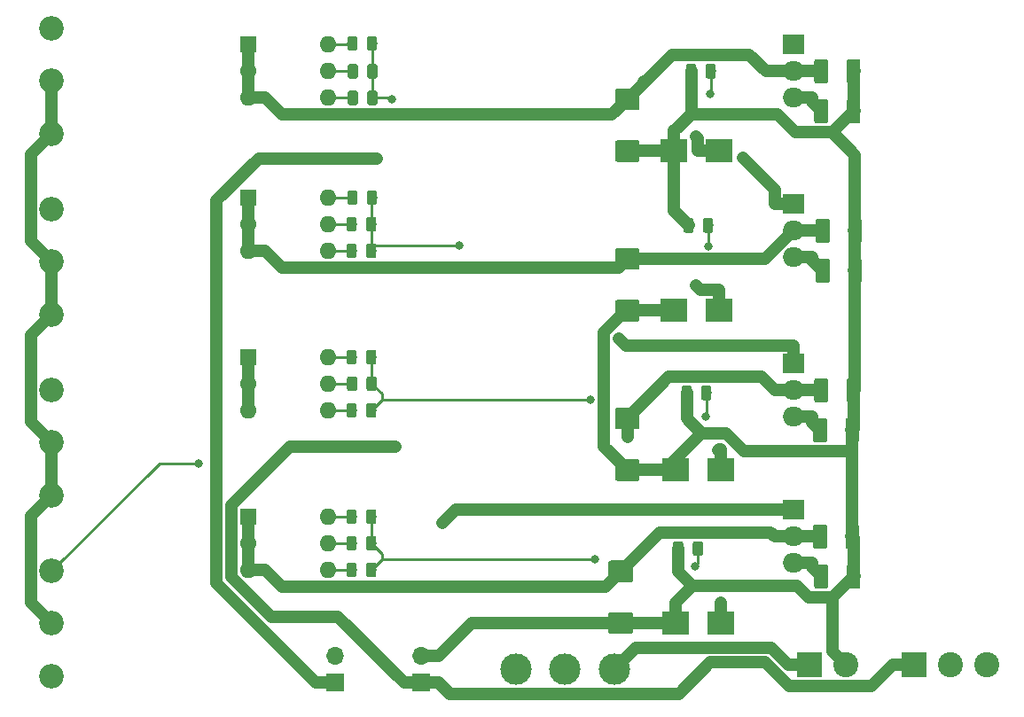
<source format=gbr>
%TF.GenerationSoftware,KiCad,Pcbnew,5.0.0*%
%TF.CreationDate,2018-09-24T19:40:09+02:00*%
%TF.ProjectId,TestDriverV1,5465737444726976657256312E6B6963,Rev 1*%
%TF.SameCoordinates,Original*%
%TF.FileFunction,Copper,L2,Bot,Signal*%
%TF.FilePolarity,Positive*%
%FSLAX46Y46*%
G04 Gerber Fmt 4.6, Leading zero omitted, Abs format (unit mm)*
G04 Created by KiCad (PCBNEW 5.0.0) date Mon Sep 24 19:40:09 2018*
%MOMM*%
%LPD*%
G01*
G04 APERTURE LIST*
%ADD10R,2.400000X2.400000*%
%ADD11C,2.400000*%
%ADD12C,0.100000*%
%ADD13C,1.325000*%
%ADD14C,2.075000*%
%ADD15C,0.975000*%
%ADD16R,2.500000X2.300000*%
%ADD17R,1.700000X1.700000*%
%ADD18O,1.700000X1.700000*%
%ADD19C,2.340000*%
%ADD20R,1.600000X1.600000*%
%ADD21O,1.600000X1.600000*%
%ADD22C,2.997200*%
%ADD23O,2.000000X1.905000*%
%ADD24R,2.000000X1.905000*%
%ADD25C,1.000000*%
%ADD26C,0.800000*%
%ADD27C,1.200000*%
%ADD28C,0.250000*%
G04 APERTURE END LIST*
D10*
X112014000Y-163386000D03*
D11*
X115514000Y-163386000D03*
D12*
G36*
X116642505Y-109316204D02*
X116666773Y-109319804D01*
X116690572Y-109325765D01*
X116713671Y-109334030D01*
X116735850Y-109344520D01*
X116756893Y-109357132D01*
X116776599Y-109371747D01*
X116794777Y-109388223D01*
X116811253Y-109406401D01*
X116825868Y-109426107D01*
X116838480Y-109447150D01*
X116848970Y-109469329D01*
X116857235Y-109492428D01*
X116863196Y-109516227D01*
X116866796Y-109540495D01*
X116868000Y-109564999D01*
X116868000Y-111415001D01*
X116866796Y-111439505D01*
X116863196Y-111463773D01*
X116857235Y-111487572D01*
X116848970Y-111510671D01*
X116838480Y-111532850D01*
X116825868Y-111553893D01*
X116811253Y-111573599D01*
X116794777Y-111591777D01*
X116776599Y-111608253D01*
X116756893Y-111622868D01*
X116735850Y-111635480D01*
X116713671Y-111645970D01*
X116690572Y-111654235D01*
X116666773Y-111660196D01*
X116642505Y-111663796D01*
X116618001Y-111665000D01*
X115792999Y-111665000D01*
X115768495Y-111663796D01*
X115744227Y-111660196D01*
X115720428Y-111654235D01*
X115697329Y-111645970D01*
X115675150Y-111635480D01*
X115654107Y-111622868D01*
X115634401Y-111608253D01*
X115616223Y-111591777D01*
X115599747Y-111573599D01*
X115585132Y-111553893D01*
X115572520Y-111532850D01*
X115562030Y-111510671D01*
X115553765Y-111487572D01*
X115547804Y-111463773D01*
X115544204Y-111439505D01*
X115543000Y-111415001D01*
X115543000Y-109564999D01*
X115544204Y-109540495D01*
X115547804Y-109516227D01*
X115553765Y-109492428D01*
X115562030Y-109469329D01*
X115572520Y-109447150D01*
X115585132Y-109426107D01*
X115599747Y-109406401D01*
X115616223Y-109388223D01*
X115634401Y-109371747D01*
X115654107Y-109357132D01*
X115675150Y-109344520D01*
X115697329Y-109334030D01*
X115720428Y-109325765D01*
X115744227Y-109319804D01*
X115768495Y-109316204D01*
X115792999Y-109315000D01*
X116618001Y-109315000D01*
X116642505Y-109316204D01*
X116642505Y-109316204D01*
G37*
D13*
X116205500Y-110490000D03*
D12*
G36*
X113567505Y-109316204D02*
X113591773Y-109319804D01*
X113615572Y-109325765D01*
X113638671Y-109334030D01*
X113660850Y-109344520D01*
X113681893Y-109357132D01*
X113701599Y-109371747D01*
X113719777Y-109388223D01*
X113736253Y-109406401D01*
X113750868Y-109426107D01*
X113763480Y-109447150D01*
X113773970Y-109469329D01*
X113782235Y-109492428D01*
X113788196Y-109516227D01*
X113791796Y-109540495D01*
X113793000Y-109564999D01*
X113793000Y-111415001D01*
X113791796Y-111439505D01*
X113788196Y-111463773D01*
X113782235Y-111487572D01*
X113773970Y-111510671D01*
X113763480Y-111532850D01*
X113750868Y-111553893D01*
X113736253Y-111573599D01*
X113719777Y-111591777D01*
X113701599Y-111608253D01*
X113681893Y-111622868D01*
X113660850Y-111635480D01*
X113638671Y-111645970D01*
X113615572Y-111654235D01*
X113591773Y-111660196D01*
X113567505Y-111663796D01*
X113543001Y-111665000D01*
X112717999Y-111665000D01*
X112693495Y-111663796D01*
X112669227Y-111660196D01*
X112645428Y-111654235D01*
X112622329Y-111645970D01*
X112600150Y-111635480D01*
X112579107Y-111622868D01*
X112559401Y-111608253D01*
X112541223Y-111591777D01*
X112524747Y-111573599D01*
X112510132Y-111553893D01*
X112497520Y-111532850D01*
X112487030Y-111510671D01*
X112478765Y-111487572D01*
X112472804Y-111463773D01*
X112469204Y-111439505D01*
X112468000Y-111415001D01*
X112468000Y-109564999D01*
X112469204Y-109540495D01*
X112472804Y-109516227D01*
X112478765Y-109492428D01*
X112487030Y-109469329D01*
X112497520Y-109447150D01*
X112510132Y-109426107D01*
X112524747Y-109406401D01*
X112541223Y-109388223D01*
X112559401Y-109371747D01*
X112579107Y-109357132D01*
X112600150Y-109344520D01*
X112622329Y-109334030D01*
X112645428Y-109325765D01*
X112669227Y-109319804D01*
X112693495Y-109316204D01*
X112717999Y-109315000D01*
X113543001Y-109315000D01*
X113567505Y-109316204D01*
X113567505Y-109316204D01*
G37*
D13*
X113130500Y-110490000D03*
D12*
G36*
X116796505Y-124556204D02*
X116820773Y-124559804D01*
X116844572Y-124565765D01*
X116867671Y-124574030D01*
X116889850Y-124584520D01*
X116910893Y-124597132D01*
X116930599Y-124611747D01*
X116948777Y-124628223D01*
X116965253Y-124646401D01*
X116979868Y-124666107D01*
X116992480Y-124687150D01*
X117002970Y-124709329D01*
X117011235Y-124732428D01*
X117017196Y-124756227D01*
X117020796Y-124780495D01*
X117022000Y-124804999D01*
X117022000Y-126655001D01*
X117020796Y-126679505D01*
X117017196Y-126703773D01*
X117011235Y-126727572D01*
X117002970Y-126750671D01*
X116992480Y-126772850D01*
X116979868Y-126793893D01*
X116965253Y-126813599D01*
X116948777Y-126831777D01*
X116930599Y-126848253D01*
X116910893Y-126862868D01*
X116889850Y-126875480D01*
X116867671Y-126885970D01*
X116844572Y-126894235D01*
X116820773Y-126900196D01*
X116796505Y-126903796D01*
X116772001Y-126905000D01*
X115946999Y-126905000D01*
X115922495Y-126903796D01*
X115898227Y-126900196D01*
X115874428Y-126894235D01*
X115851329Y-126885970D01*
X115829150Y-126875480D01*
X115808107Y-126862868D01*
X115788401Y-126848253D01*
X115770223Y-126831777D01*
X115753747Y-126813599D01*
X115739132Y-126793893D01*
X115726520Y-126772850D01*
X115716030Y-126750671D01*
X115707765Y-126727572D01*
X115701804Y-126703773D01*
X115698204Y-126679505D01*
X115697000Y-126655001D01*
X115697000Y-124804999D01*
X115698204Y-124780495D01*
X115701804Y-124756227D01*
X115707765Y-124732428D01*
X115716030Y-124709329D01*
X115726520Y-124687150D01*
X115739132Y-124666107D01*
X115753747Y-124646401D01*
X115770223Y-124628223D01*
X115788401Y-124611747D01*
X115808107Y-124597132D01*
X115829150Y-124584520D01*
X115851329Y-124574030D01*
X115874428Y-124565765D01*
X115898227Y-124559804D01*
X115922495Y-124556204D01*
X115946999Y-124555000D01*
X116772001Y-124555000D01*
X116796505Y-124556204D01*
X116796505Y-124556204D01*
G37*
D13*
X116359500Y-125730000D03*
D12*
G36*
X113721505Y-124556204D02*
X113745773Y-124559804D01*
X113769572Y-124565765D01*
X113792671Y-124574030D01*
X113814850Y-124584520D01*
X113835893Y-124597132D01*
X113855599Y-124611747D01*
X113873777Y-124628223D01*
X113890253Y-124646401D01*
X113904868Y-124666107D01*
X113917480Y-124687150D01*
X113927970Y-124709329D01*
X113936235Y-124732428D01*
X113942196Y-124756227D01*
X113945796Y-124780495D01*
X113947000Y-124804999D01*
X113947000Y-126655001D01*
X113945796Y-126679505D01*
X113942196Y-126703773D01*
X113936235Y-126727572D01*
X113927970Y-126750671D01*
X113917480Y-126772850D01*
X113904868Y-126793893D01*
X113890253Y-126813599D01*
X113873777Y-126831777D01*
X113855599Y-126848253D01*
X113835893Y-126862868D01*
X113814850Y-126875480D01*
X113792671Y-126885970D01*
X113769572Y-126894235D01*
X113745773Y-126900196D01*
X113721505Y-126903796D01*
X113697001Y-126905000D01*
X112871999Y-126905000D01*
X112847495Y-126903796D01*
X112823227Y-126900196D01*
X112799428Y-126894235D01*
X112776329Y-126885970D01*
X112754150Y-126875480D01*
X112733107Y-126862868D01*
X112713401Y-126848253D01*
X112695223Y-126831777D01*
X112678747Y-126813599D01*
X112664132Y-126793893D01*
X112651520Y-126772850D01*
X112641030Y-126750671D01*
X112632765Y-126727572D01*
X112626804Y-126703773D01*
X112623204Y-126679505D01*
X112622000Y-126655001D01*
X112622000Y-124804999D01*
X112623204Y-124780495D01*
X112626804Y-124756227D01*
X112632765Y-124732428D01*
X112641030Y-124709329D01*
X112651520Y-124687150D01*
X112664132Y-124666107D01*
X112678747Y-124646401D01*
X112695223Y-124628223D01*
X112713401Y-124611747D01*
X112733107Y-124597132D01*
X112754150Y-124584520D01*
X112776329Y-124574030D01*
X112799428Y-124565765D01*
X112823227Y-124559804D01*
X112847495Y-124556204D01*
X112871999Y-124555000D01*
X113697001Y-124555000D01*
X113721505Y-124556204D01*
X113721505Y-124556204D01*
G37*
D13*
X113284500Y-125730000D03*
D12*
G36*
X116542505Y-139796204D02*
X116566773Y-139799804D01*
X116590572Y-139805765D01*
X116613671Y-139814030D01*
X116635850Y-139824520D01*
X116656893Y-139837132D01*
X116676599Y-139851747D01*
X116694777Y-139868223D01*
X116711253Y-139886401D01*
X116725868Y-139906107D01*
X116738480Y-139927150D01*
X116748970Y-139949329D01*
X116757235Y-139972428D01*
X116763196Y-139996227D01*
X116766796Y-140020495D01*
X116768000Y-140044999D01*
X116768000Y-141895001D01*
X116766796Y-141919505D01*
X116763196Y-141943773D01*
X116757235Y-141967572D01*
X116748970Y-141990671D01*
X116738480Y-142012850D01*
X116725868Y-142033893D01*
X116711253Y-142053599D01*
X116694777Y-142071777D01*
X116676599Y-142088253D01*
X116656893Y-142102868D01*
X116635850Y-142115480D01*
X116613671Y-142125970D01*
X116590572Y-142134235D01*
X116566773Y-142140196D01*
X116542505Y-142143796D01*
X116518001Y-142145000D01*
X115692999Y-142145000D01*
X115668495Y-142143796D01*
X115644227Y-142140196D01*
X115620428Y-142134235D01*
X115597329Y-142125970D01*
X115575150Y-142115480D01*
X115554107Y-142102868D01*
X115534401Y-142088253D01*
X115516223Y-142071777D01*
X115499747Y-142053599D01*
X115485132Y-142033893D01*
X115472520Y-142012850D01*
X115462030Y-141990671D01*
X115453765Y-141967572D01*
X115447804Y-141943773D01*
X115444204Y-141919505D01*
X115443000Y-141895001D01*
X115443000Y-140044999D01*
X115444204Y-140020495D01*
X115447804Y-139996227D01*
X115453765Y-139972428D01*
X115462030Y-139949329D01*
X115472520Y-139927150D01*
X115485132Y-139906107D01*
X115499747Y-139886401D01*
X115516223Y-139868223D01*
X115534401Y-139851747D01*
X115554107Y-139837132D01*
X115575150Y-139824520D01*
X115597329Y-139814030D01*
X115620428Y-139805765D01*
X115644227Y-139799804D01*
X115668495Y-139796204D01*
X115692999Y-139795000D01*
X116518001Y-139795000D01*
X116542505Y-139796204D01*
X116542505Y-139796204D01*
G37*
D13*
X116105500Y-140970000D03*
D12*
G36*
X113467505Y-139796204D02*
X113491773Y-139799804D01*
X113515572Y-139805765D01*
X113538671Y-139814030D01*
X113560850Y-139824520D01*
X113581893Y-139837132D01*
X113601599Y-139851747D01*
X113619777Y-139868223D01*
X113636253Y-139886401D01*
X113650868Y-139906107D01*
X113663480Y-139927150D01*
X113673970Y-139949329D01*
X113682235Y-139972428D01*
X113688196Y-139996227D01*
X113691796Y-140020495D01*
X113693000Y-140044999D01*
X113693000Y-141895001D01*
X113691796Y-141919505D01*
X113688196Y-141943773D01*
X113682235Y-141967572D01*
X113673970Y-141990671D01*
X113663480Y-142012850D01*
X113650868Y-142033893D01*
X113636253Y-142053599D01*
X113619777Y-142071777D01*
X113601599Y-142088253D01*
X113581893Y-142102868D01*
X113560850Y-142115480D01*
X113538671Y-142125970D01*
X113515572Y-142134235D01*
X113491773Y-142140196D01*
X113467505Y-142143796D01*
X113443001Y-142145000D01*
X112617999Y-142145000D01*
X112593495Y-142143796D01*
X112569227Y-142140196D01*
X112545428Y-142134235D01*
X112522329Y-142125970D01*
X112500150Y-142115480D01*
X112479107Y-142102868D01*
X112459401Y-142088253D01*
X112441223Y-142071777D01*
X112424747Y-142053599D01*
X112410132Y-142033893D01*
X112397520Y-142012850D01*
X112387030Y-141990671D01*
X112378765Y-141967572D01*
X112372804Y-141943773D01*
X112369204Y-141919505D01*
X112368000Y-141895001D01*
X112368000Y-140044999D01*
X112369204Y-140020495D01*
X112372804Y-139996227D01*
X112378765Y-139972428D01*
X112387030Y-139949329D01*
X112397520Y-139927150D01*
X112410132Y-139906107D01*
X112424747Y-139886401D01*
X112441223Y-139868223D01*
X112459401Y-139851747D01*
X112479107Y-139837132D01*
X112500150Y-139824520D01*
X112522329Y-139814030D01*
X112545428Y-139805765D01*
X112569227Y-139799804D01*
X112593495Y-139796204D01*
X112617999Y-139795000D01*
X113443001Y-139795000D01*
X113467505Y-139796204D01*
X113467505Y-139796204D01*
G37*
D13*
X113030500Y-140970000D03*
D12*
G36*
X116642505Y-153766204D02*
X116666773Y-153769804D01*
X116690572Y-153775765D01*
X116713671Y-153784030D01*
X116735850Y-153794520D01*
X116756893Y-153807132D01*
X116776599Y-153821747D01*
X116794777Y-153838223D01*
X116811253Y-153856401D01*
X116825868Y-153876107D01*
X116838480Y-153897150D01*
X116848970Y-153919329D01*
X116857235Y-153942428D01*
X116863196Y-153966227D01*
X116866796Y-153990495D01*
X116868000Y-154014999D01*
X116868000Y-155865001D01*
X116866796Y-155889505D01*
X116863196Y-155913773D01*
X116857235Y-155937572D01*
X116848970Y-155960671D01*
X116838480Y-155982850D01*
X116825868Y-156003893D01*
X116811253Y-156023599D01*
X116794777Y-156041777D01*
X116776599Y-156058253D01*
X116756893Y-156072868D01*
X116735850Y-156085480D01*
X116713671Y-156095970D01*
X116690572Y-156104235D01*
X116666773Y-156110196D01*
X116642505Y-156113796D01*
X116618001Y-156115000D01*
X115792999Y-156115000D01*
X115768495Y-156113796D01*
X115744227Y-156110196D01*
X115720428Y-156104235D01*
X115697329Y-156095970D01*
X115675150Y-156085480D01*
X115654107Y-156072868D01*
X115634401Y-156058253D01*
X115616223Y-156041777D01*
X115599747Y-156023599D01*
X115585132Y-156003893D01*
X115572520Y-155982850D01*
X115562030Y-155960671D01*
X115553765Y-155937572D01*
X115547804Y-155913773D01*
X115544204Y-155889505D01*
X115543000Y-155865001D01*
X115543000Y-154014999D01*
X115544204Y-153990495D01*
X115547804Y-153966227D01*
X115553765Y-153942428D01*
X115562030Y-153919329D01*
X115572520Y-153897150D01*
X115585132Y-153876107D01*
X115599747Y-153856401D01*
X115616223Y-153838223D01*
X115634401Y-153821747D01*
X115654107Y-153807132D01*
X115675150Y-153794520D01*
X115697329Y-153784030D01*
X115720428Y-153775765D01*
X115744227Y-153769804D01*
X115768495Y-153766204D01*
X115792999Y-153765000D01*
X116618001Y-153765000D01*
X116642505Y-153766204D01*
X116642505Y-153766204D01*
G37*
D13*
X116205500Y-154940000D03*
D12*
G36*
X113567505Y-153766204D02*
X113591773Y-153769804D01*
X113615572Y-153775765D01*
X113638671Y-153784030D01*
X113660850Y-153794520D01*
X113681893Y-153807132D01*
X113701599Y-153821747D01*
X113719777Y-153838223D01*
X113736253Y-153856401D01*
X113750868Y-153876107D01*
X113763480Y-153897150D01*
X113773970Y-153919329D01*
X113782235Y-153942428D01*
X113788196Y-153966227D01*
X113791796Y-153990495D01*
X113793000Y-154014999D01*
X113793000Y-155865001D01*
X113791796Y-155889505D01*
X113788196Y-155913773D01*
X113782235Y-155937572D01*
X113773970Y-155960671D01*
X113763480Y-155982850D01*
X113750868Y-156003893D01*
X113736253Y-156023599D01*
X113719777Y-156041777D01*
X113701599Y-156058253D01*
X113681893Y-156072868D01*
X113660850Y-156085480D01*
X113638671Y-156095970D01*
X113615572Y-156104235D01*
X113591773Y-156110196D01*
X113567505Y-156113796D01*
X113543001Y-156115000D01*
X112717999Y-156115000D01*
X112693495Y-156113796D01*
X112669227Y-156110196D01*
X112645428Y-156104235D01*
X112622329Y-156095970D01*
X112600150Y-156085480D01*
X112579107Y-156072868D01*
X112559401Y-156058253D01*
X112541223Y-156041777D01*
X112524747Y-156023599D01*
X112510132Y-156003893D01*
X112497520Y-155982850D01*
X112487030Y-155960671D01*
X112478765Y-155937572D01*
X112472804Y-155913773D01*
X112469204Y-155889505D01*
X112468000Y-155865001D01*
X112468000Y-154014999D01*
X112469204Y-153990495D01*
X112472804Y-153966227D01*
X112478765Y-153942428D01*
X112487030Y-153919329D01*
X112497520Y-153897150D01*
X112510132Y-153876107D01*
X112524747Y-153856401D01*
X112541223Y-153838223D01*
X112559401Y-153821747D01*
X112579107Y-153807132D01*
X112600150Y-153794520D01*
X112622329Y-153784030D01*
X112645428Y-153775765D01*
X112669227Y-153769804D01*
X112693495Y-153766204D01*
X112717999Y-153765000D01*
X113543001Y-153765000D01*
X113567505Y-153766204D01*
X113567505Y-153766204D01*
G37*
D13*
X113130500Y-154940000D03*
D12*
G36*
X113567505Y-105506204D02*
X113591773Y-105509804D01*
X113615572Y-105515765D01*
X113638671Y-105524030D01*
X113660850Y-105534520D01*
X113681893Y-105547132D01*
X113701599Y-105561747D01*
X113719777Y-105578223D01*
X113736253Y-105596401D01*
X113750868Y-105616107D01*
X113763480Y-105637150D01*
X113773970Y-105659329D01*
X113782235Y-105682428D01*
X113788196Y-105706227D01*
X113791796Y-105730495D01*
X113793000Y-105754999D01*
X113793000Y-107605001D01*
X113791796Y-107629505D01*
X113788196Y-107653773D01*
X113782235Y-107677572D01*
X113773970Y-107700671D01*
X113763480Y-107722850D01*
X113750868Y-107743893D01*
X113736253Y-107763599D01*
X113719777Y-107781777D01*
X113701599Y-107798253D01*
X113681893Y-107812868D01*
X113660850Y-107825480D01*
X113638671Y-107835970D01*
X113615572Y-107844235D01*
X113591773Y-107850196D01*
X113567505Y-107853796D01*
X113543001Y-107855000D01*
X112717999Y-107855000D01*
X112693495Y-107853796D01*
X112669227Y-107850196D01*
X112645428Y-107844235D01*
X112622329Y-107835970D01*
X112600150Y-107825480D01*
X112579107Y-107812868D01*
X112559401Y-107798253D01*
X112541223Y-107781777D01*
X112524747Y-107763599D01*
X112510132Y-107743893D01*
X112497520Y-107722850D01*
X112487030Y-107700671D01*
X112478765Y-107677572D01*
X112472804Y-107653773D01*
X112469204Y-107629505D01*
X112468000Y-107605001D01*
X112468000Y-105754999D01*
X112469204Y-105730495D01*
X112472804Y-105706227D01*
X112478765Y-105682428D01*
X112487030Y-105659329D01*
X112497520Y-105637150D01*
X112510132Y-105616107D01*
X112524747Y-105596401D01*
X112541223Y-105578223D01*
X112559401Y-105561747D01*
X112579107Y-105547132D01*
X112600150Y-105534520D01*
X112622329Y-105524030D01*
X112645428Y-105515765D01*
X112669227Y-105509804D01*
X112693495Y-105506204D01*
X112717999Y-105505000D01*
X113543001Y-105505000D01*
X113567505Y-105506204D01*
X113567505Y-105506204D01*
G37*
D13*
X113130500Y-106680000D03*
D12*
G36*
X116642505Y-105506204D02*
X116666773Y-105509804D01*
X116690572Y-105515765D01*
X116713671Y-105524030D01*
X116735850Y-105534520D01*
X116756893Y-105547132D01*
X116776599Y-105561747D01*
X116794777Y-105578223D01*
X116811253Y-105596401D01*
X116825868Y-105616107D01*
X116838480Y-105637150D01*
X116848970Y-105659329D01*
X116857235Y-105682428D01*
X116863196Y-105706227D01*
X116866796Y-105730495D01*
X116868000Y-105754999D01*
X116868000Y-107605001D01*
X116866796Y-107629505D01*
X116863196Y-107653773D01*
X116857235Y-107677572D01*
X116848970Y-107700671D01*
X116838480Y-107722850D01*
X116825868Y-107743893D01*
X116811253Y-107763599D01*
X116794777Y-107781777D01*
X116776599Y-107798253D01*
X116756893Y-107812868D01*
X116735850Y-107825480D01*
X116713671Y-107835970D01*
X116690572Y-107844235D01*
X116666773Y-107850196D01*
X116642505Y-107853796D01*
X116618001Y-107855000D01*
X115792999Y-107855000D01*
X115768495Y-107853796D01*
X115744227Y-107850196D01*
X115720428Y-107844235D01*
X115697329Y-107835970D01*
X115675150Y-107825480D01*
X115654107Y-107812868D01*
X115634401Y-107798253D01*
X115616223Y-107781777D01*
X115599747Y-107763599D01*
X115585132Y-107743893D01*
X115572520Y-107722850D01*
X115562030Y-107700671D01*
X115553765Y-107677572D01*
X115547804Y-107653773D01*
X115544204Y-107629505D01*
X115543000Y-107605001D01*
X115543000Y-105754999D01*
X115544204Y-105730495D01*
X115547804Y-105706227D01*
X115553765Y-105682428D01*
X115562030Y-105659329D01*
X115572520Y-105637150D01*
X115585132Y-105616107D01*
X115599747Y-105596401D01*
X115616223Y-105578223D01*
X115634401Y-105561747D01*
X115654107Y-105547132D01*
X115675150Y-105534520D01*
X115697329Y-105524030D01*
X115720428Y-105515765D01*
X115744227Y-105509804D01*
X115768495Y-105506204D01*
X115792999Y-105505000D01*
X116618001Y-105505000D01*
X116642505Y-105506204D01*
X116642505Y-105506204D01*
G37*
D13*
X116205500Y-106680000D03*
D12*
G36*
X113721505Y-120746204D02*
X113745773Y-120749804D01*
X113769572Y-120755765D01*
X113792671Y-120764030D01*
X113814850Y-120774520D01*
X113835893Y-120787132D01*
X113855599Y-120801747D01*
X113873777Y-120818223D01*
X113890253Y-120836401D01*
X113904868Y-120856107D01*
X113917480Y-120877150D01*
X113927970Y-120899329D01*
X113936235Y-120922428D01*
X113942196Y-120946227D01*
X113945796Y-120970495D01*
X113947000Y-120994999D01*
X113947000Y-122845001D01*
X113945796Y-122869505D01*
X113942196Y-122893773D01*
X113936235Y-122917572D01*
X113927970Y-122940671D01*
X113917480Y-122962850D01*
X113904868Y-122983893D01*
X113890253Y-123003599D01*
X113873777Y-123021777D01*
X113855599Y-123038253D01*
X113835893Y-123052868D01*
X113814850Y-123065480D01*
X113792671Y-123075970D01*
X113769572Y-123084235D01*
X113745773Y-123090196D01*
X113721505Y-123093796D01*
X113697001Y-123095000D01*
X112871999Y-123095000D01*
X112847495Y-123093796D01*
X112823227Y-123090196D01*
X112799428Y-123084235D01*
X112776329Y-123075970D01*
X112754150Y-123065480D01*
X112733107Y-123052868D01*
X112713401Y-123038253D01*
X112695223Y-123021777D01*
X112678747Y-123003599D01*
X112664132Y-122983893D01*
X112651520Y-122962850D01*
X112641030Y-122940671D01*
X112632765Y-122917572D01*
X112626804Y-122893773D01*
X112623204Y-122869505D01*
X112622000Y-122845001D01*
X112622000Y-120994999D01*
X112623204Y-120970495D01*
X112626804Y-120946227D01*
X112632765Y-120922428D01*
X112641030Y-120899329D01*
X112651520Y-120877150D01*
X112664132Y-120856107D01*
X112678747Y-120836401D01*
X112695223Y-120818223D01*
X112713401Y-120801747D01*
X112733107Y-120787132D01*
X112754150Y-120774520D01*
X112776329Y-120764030D01*
X112799428Y-120755765D01*
X112823227Y-120749804D01*
X112847495Y-120746204D01*
X112871999Y-120745000D01*
X113697001Y-120745000D01*
X113721505Y-120746204D01*
X113721505Y-120746204D01*
G37*
D13*
X113284500Y-121920000D03*
D12*
G36*
X116796505Y-120746204D02*
X116820773Y-120749804D01*
X116844572Y-120755765D01*
X116867671Y-120764030D01*
X116889850Y-120774520D01*
X116910893Y-120787132D01*
X116930599Y-120801747D01*
X116948777Y-120818223D01*
X116965253Y-120836401D01*
X116979868Y-120856107D01*
X116992480Y-120877150D01*
X117002970Y-120899329D01*
X117011235Y-120922428D01*
X117017196Y-120946227D01*
X117020796Y-120970495D01*
X117022000Y-120994999D01*
X117022000Y-122845001D01*
X117020796Y-122869505D01*
X117017196Y-122893773D01*
X117011235Y-122917572D01*
X117002970Y-122940671D01*
X116992480Y-122962850D01*
X116979868Y-122983893D01*
X116965253Y-123003599D01*
X116948777Y-123021777D01*
X116930599Y-123038253D01*
X116910893Y-123052868D01*
X116889850Y-123065480D01*
X116867671Y-123075970D01*
X116844572Y-123084235D01*
X116820773Y-123090196D01*
X116796505Y-123093796D01*
X116772001Y-123095000D01*
X115946999Y-123095000D01*
X115922495Y-123093796D01*
X115898227Y-123090196D01*
X115874428Y-123084235D01*
X115851329Y-123075970D01*
X115829150Y-123065480D01*
X115808107Y-123052868D01*
X115788401Y-123038253D01*
X115770223Y-123021777D01*
X115753747Y-123003599D01*
X115739132Y-122983893D01*
X115726520Y-122962850D01*
X115716030Y-122940671D01*
X115707765Y-122917572D01*
X115701804Y-122893773D01*
X115698204Y-122869505D01*
X115697000Y-122845001D01*
X115697000Y-120994999D01*
X115698204Y-120970495D01*
X115701804Y-120946227D01*
X115707765Y-120922428D01*
X115716030Y-120899329D01*
X115726520Y-120877150D01*
X115739132Y-120856107D01*
X115753747Y-120836401D01*
X115770223Y-120818223D01*
X115788401Y-120801747D01*
X115808107Y-120787132D01*
X115829150Y-120774520D01*
X115851329Y-120764030D01*
X115874428Y-120755765D01*
X115898227Y-120749804D01*
X115922495Y-120746204D01*
X115946999Y-120745000D01*
X116772001Y-120745000D01*
X116796505Y-120746204D01*
X116796505Y-120746204D01*
G37*
D13*
X116359500Y-121920000D03*
D12*
G36*
X113567505Y-135986204D02*
X113591773Y-135989804D01*
X113615572Y-135995765D01*
X113638671Y-136004030D01*
X113660850Y-136014520D01*
X113681893Y-136027132D01*
X113701599Y-136041747D01*
X113719777Y-136058223D01*
X113736253Y-136076401D01*
X113750868Y-136096107D01*
X113763480Y-136117150D01*
X113773970Y-136139329D01*
X113782235Y-136162428D01*
X113788196Y-136186227D01*
X113791796Y-136210495D01*
X113793000Y-136234999D01*
X113793000Y-138085001D01*
X113791796Y-138109505D01*
X113788196Y-138133773D01*
X113782235Y-138157572D01*
X113773970Y-138180671D01*
X113763480Y-138202850D01*
X113750868Y-138223893D01*
X113736253Y-138243599D01*
X113719777Y-138261777D01*
X113701599Y-138278253D01*
X113681893Y-138292868D01*
X113660850Y-138305480D01*
X113638671Y-138315970D01*
X113615572Y-138324235D01*
X113591773Y-138330196D01*
X113567505Y-138333796D01*
X113543001Y-138335000D01*
X112717999Y-138335000D01*
X112693495Y-138333796D01*
X112669227Y-138330196D01*
X112645428Y-138324235D01*
X112622329Y-138315970D01*
X112600150Y-138305480D01*
X112579107Y-138292868D01*
X112559401Y-138278253D01*
X112541223Y-138261777D01*
X112524747Y-138243599D01*
X112510132Y-138223893D01*
X112497520Y-138202850D01*
X112487030Y-138180671D01*
X112478765Y-138157572D01*
X112472804Y-138133773D01*
X112469204Y-138109505D01*
X112468000Y-138085001D01*
X112468000Y-136234999D01*
X112469204Y-136210495D01*
X112472804Y-136186227D01*
X112478765Y-136162428D01*
X112487030Y-136139329D01*
X112497520Y-136117150D01*
X112510132Y-136096107D01*
X112524747Y-136076401D01*
X112541223Y-136058223D01*
X112559401Y-136041747D01*
X112579107Y-136027132D01*
X112600150Y-136014520D01*
X112622329Y-136004030D01*
X112645428Y-135995765D01*
X112669227Y-135989804D01*
X112693495Y-135986204D01*
X112717999Y-135985000D01*
X113543001Y-135985000D01*
X113567505Y-135986204D01*
X113567505Y-135986204D01*
G37*
D13*
X113130500Y-137160000D03*
D12*
G36*
X116642505Y-135986204D02*
X116666773Y-135989804D01*
X116690572Y-135995765D01*
X116713671Y-136004030D01*
X116735850Y-136014520D01*
X116756893Y-136027132D01*
X116776599Y-136041747D01*
X116794777Y-136058223D01*
X116811253Y-136076401D01*
X116825868Y-136096107D01*
X116838480Y-136117150D01*
X116848970Y-136139329D01*
X116857235Y-136162428D01*
X116863196Y-136186227D01*
X116866796Y-136210495D01*
X116868000Y-136234999D01*
X116868000Y-138085001D01*
X116866796Y-138109505D01*
X116863196Y-138133773D01*
X116857235Y-138157572D01*
X116848970Y-138180671D01*
X116838480Y-138202850D01*
X116825868Y-138223893D01*
X116811253Y-138243599D01*
X116794777Y-138261777D01*
X116776599Y-138278253D01*
X116756893Y-138292868D01*
X116735850Y-138305480D01*
X116713671Y-138315970D01*
X116690572Y-138324235D01*
X116666773Y-138330196D01*
X116642505Y-138333796D01*
X116618001Y-138335000D01*
X115792999Y-138335000D01*
X115768495Y-138333796D01*
X115744227Y-138330196D01*
X115720428Y-138324235D01*
X115697329Y-138315970D01*
X115675150Y-138305480D01*
X115654107Y-138292868D01*
X115634401Y-138278253D01*
X115616223Y-138261777D01*
X115599747Y-138243599D01*
X115585132Y-138223893D01*
X115572520Y-138202850D01*
X115562030Y-138180671D01*
X115553765Y-138157572D01*
X115547804Y-138133773D01*
X115544204Y-138109505D01*
X115543000Y-138085001D01*
X115543000Y-136234999D01*
X115544204Y-136210495D01*
X115547804Y-136186227D01*
X115553765Y-136162428D01*
X115562030Y-136139329D01*
X115572520Y-136117150D01*
X115585132Y-136096107D01*
X115599747Y-136076401D01*
X115616223Y-136058223D01*
X115634401Y-136041747D01*
X115654107Y-136027132D01*
X115675150Y-136014520D01*
X115697329Y-136004030D01*
X115720428Y-135995765D01*
X115744227Y-135989804D01*
X115768495Y-135986204D01*
X115792999Y-135985000D01*
X116618001Y-135985000D01*
X116642505Y-135986204D01*
X116642505Y-135986204D01*
G37*
D13*
X116205500Y-137160000D03*
D12*
G36*
X113467505Y-149956204D02*
X113491773Y-149959804D01*
X113515572Y-149965765D01*
X113538671Y-149974030D01*
X113560850Y-149984520D01*
X113581893Y-149997132D01*
X113601599Y-150011747D01*
X113619777Y-150028223D01*
X113636253Y-150046401D01*
X113650868Y-150066107D01*
X113663480Y-150087150D01*
X113673970Y-150109329D01*
X113682235Y-150132428D01*
X113688196Y-150156227D01*
X113691796Y-150180495D01*
X113693000Y-150204999D01*
X113693000Y-152055001D01*
X113691796Y-152079505D01*
X113688196Y-152103773D01*
X113682235Y-152127572D01*
X113673970Y-152150671D01*
X113663480Y-152172850D01*
X113650868Y-152193893D01*
X113636253Y-152213599D01*
X113619777Y-152231777D01*
X113601599Y-152248253D01*
X113581893Y-152262868D01*
X113560850Y-152275480D01*
X113538671Y-152285970D01*
X113515572Y-152294235D01*
X113491773Y-152300196D01*
X113467505Y-152303796D01*
X113443001Y-152305000D01*
X112617999Y-152305000D01*
X112593495Y-152303796D01*
X112569227Y-152300196D01*
X112545428Y-152294235D01*
X112522329Y-152285970D01*
X112500150Y-152275480D01*
X112479107Y-152262868D01*
X112459401Y-152248253D01*
X112441223Y-152231777D01*
X112424747Y-152213599D01*
X112410132Y-152193893D01*
X112397520Y-152172850D01*
X112387030Y-152150671D01*
X112378765Y-152127572D01*
X112372804Y-152103773D01*
X112369204Y-152079505D01*
X112368000Y-152055001D01*
X112368000Y-150204999D01*
X112369204Y-150180495D01*
X112372804Y-150156227D01*
X112378765Y-150132428D01*
X112387030Y-150109329D01*
X112397520Y-150087150D01*
X112410132Y-150066107D01*
X112424747Y-150046401D01*
X112441223Y-150028223D01*
X112459401Y-150011747D01*
X112479107Y-149997132D01*
X112500150Y-149984520D01*
X112522329Y-149974030D01*
X112545428Y-149965765D01*
X112569227Y-149959804D01*
X112593495Y-149956204D01*
X112617999Y-149955000D01*
X113443001Y-149955000D01*
X113467505Y-149956204D01*
X113467505Y-149956204D01*
G37*
D13*
X113030500Y-151130000D03*
D12*
G36*
X116542505Y-149956204D02*
X116566773Y-149959804D01*
X116590572Y-149965765D01*
X116613671Y-149974030D01*
X116635850Y-149984520D01*
X116656893Y-149997132D01*
X116676599Y-150011747D01*
X116694777Y-150028223D01*
X116711253Y-150046401D01*
X116725868Y-150066107D01*
X116738480Y-150087150D01*
X116748970Y-150109329D01*
X116757235Y-150132428D01*
X116763196Y-150156227D01*
X116766796Y-150180495D01*
X116768000Y-150204999D01*
X116768000Y-152055001D01*
X116766796Y-152079505D01*
X116763196Y-152103773D01*
X116757235Y-152127572D01*
X116748970Y-152150671D01*
X116738480Y-152172850D01*
X116725868Y-152193893D01*
X116711253Y-152213599D01*
X116694777Y-152231777D01*
X116676599Y-152248253D01*
X116656893Y-152262868D01*
X116635850Y-152275480D01*
X116613671Y-152285970D01*
X116590572Y-152294235D01*
X116566773Y-152300196D01*
X116542505Y-152303796D01*
X116518001Y-152305000D01*
X115692999Y-152305000D01*
X115668495Y-152303796D01*
X115644227Y-152300196D01*
X115620428Y-152294235D01*
X115597329Y-152285970D01*
X115575150Y-152275480D01*
X115554107Y-152262868D01*
X115534401Y-152248253D01*
X115516223Y-152231777D01*
X115499747Y-152213599D01*
X115485132Y-152193893D01*
X115472520Y-152172850D01*
X115462030Y-152150671D01*
X115453765Y-152127572D01*
X115447804Y-152103773D01*
X115444204Y-152079505D01*
X115443000Y-152055001D01*
X115443000Y-150204999D01*
X115444204Y-150180495D01*
X115447804Y-150156227D01*
X115453765Y-150132428D01*
X115462030Y-150109329D01*
X115472520Y-150087150D01*
X115485132Y-150066107D01*
X115499747Y-150046401D01*
X115516223Y-150028223D01*
X115534401Y-150011747D01*
X115554107Y-149997132D01*
X115575150Y-149984520D01*
X115597329Y-149974030D01*
X115620428Y-149965765D01*
X115644227Y-149959804D01*
X115668495Y-149956204D01*
X115692999Y-149955000D01*
X116518001Y-149955000D01*
X116542505Y-149956204D01*
X116542505Y-149956204D01*
G37*
D13*
X116105500Y-151130000D03*
D12*
G36*
X95564504Y-108339204D02*
X95588773Y-108342804D01*
X95612571Y-108348765D01*
X95635671Y-108357030D01*
X95657849Y-108367520D01*
X95678893Y-108380133D01*
X95698598Y-108394747D01*
X95716777Y-108411223D01*
X95733253Y-108429402D01*
X95747867Y-108449107D01*
X95760480Y-108470151D01*
X95770970Y-108492329D01*
X95779235Y-108515429D01*
X95785196Y-108539227D01*
X95788796Y-108563496D01*
X95790000Y-108588000D01*
X95790000Y-110163000D01*
X95788796Y-110187504D01*
X95785196Y-110211773D01*
X95779235Y-110235571D01*
X95770970Y-110258671D01*
X95760480Y-110280849D01*
X95747867Y-110301893D01*
X95733253Y-110321598D01*
X95716777Y-110339777D01*
X95698598Y-110356253D01*
X95678893Y-110370867D01*
X95657849Y-110383480D01*
X95635671Y-110393970D01*
X95612571Y-110402235D01*
X95588773Y-110408196D01*
X95564504Y-110411796D01*
X95540000Y-110413000D01*
X93690000Y-110413000D01*
X93665496Y-110411796D01*
X93641227Y-110408196D01*
X93617429Y-110402235D01*
X93594329Y-110393970D01*
X93572151Y-110383480D01*
X93551107Y-110370867D01*
X93531402Y-110356253D01*
X93513223Y-110339777D01*
X93496747Y-110321598D01*
X93482133Y-110301893D01*
X93469520Y-110280849D01*
X93459030Y-110258671D01*
X93450765Y-110235571D01*
X93444804Y-110211773D01*
X93441204Y-110187504D01*
X93440000Y-110163000D01*
X93440000Y-108588000D01*
X93441204Y-108563496D01*
X93444804Y-108539227D01*
X93450765Y-108515429D01*
X93459030Y-108492329D01*
X93469520Y-108470151D01*
X93482133Y-108449107D01*
X93496747Y-108429402D01*
X93513223Y-108411223D01*
X93531402Y-108394747D01*
X93551107Y-108380133D01*
X93572151Y-108367520D01*
X93594329Y-108357030D01*
X93617429Y-108348765D01*
X93641227Y-108342804D01*
X93665496Y-108339204D01*
X93690000Y-108338000D01*
X95540000Y-108338000D01*
X95564504Y-108339204D01*
X95564504Y-108339204D01*
G37*
D14*
X94615000Y-109375500D03*
D12*
G36*
X95564504Y-113264204D02*
X95588773Y-113267804D01*
X95612571Y-113273765D01*
X95635671Y-113282030D01*
X95657849Y-113292520D01*
X95678893Y-113305133D01*
X95698598Y-113319747D01*
X95716777Y-113336223D01*
X95733253Y-113354402D01*
X95747867Y-113374107D01*
X95760480Y-113395151D01*
X95770970Y-113417329D01*
X95779235Y-113440429D01*
X95785196Y-113464227D01*
X95788796Y-113488496D01*
X95790000Y-113513000D01*
X95790000Y-115088000D01*
X95788796Y-115112504D01*
X95785196Y-115136773D01*
X95779235Y-115160571D01*
X95770970Y-115183671D01*
X95760480Y-115205849D01*
X95747867Y-115226893D01*
X95733253Y-115246598D01*
X95716777Y-115264777D01*
X95698598Y-115281253D01*
X95678893Y-115295867D01*
X95657849Y-115308480D01*
X95635671Y-115318970D01*
X95612571Y-115327235D01*
X95588773Y-115333196D01*
X95564504Y-115336796D01*
X95540000Y-115338000D01*
X93690000Y-115338000D01*
X93665496Y-115336796D01*
X93641227Y-115333196D01*
X93617429Y-115327235D01*
X93594329Y-115318970D01*
X93572151Y-115308480D01*
X93551107Y-115295867D01*
X93531402Y-115281253D01*
X93513223Y-115264777D01*
X93496747Y-115246598D01*
X93482133Y-115226893D01*
X93469520Y-115205849D01*
X93459030Y-115183671D01*
X93450765Y-115160571D01*
X93444804Y-115136773D01*
X93441204Y-115112504D01*
X93440000Y-115088000D01*
X93440000Y-113513000D01*
X93441204Y-113488496D01*
X93444804Y-113464227D01*
X93450765Y-113440429D01*
X93459030Y-113417329D01*
X93469520Y-113395151D01*
X93482133Y-113374107D01*
X93496747Y-113354402D01*
X93513223Y-113336223D01*
X93531402Y-113319747D01*
X93551107Y-113305133D01*
X93572151Y-113292520D01*
X93594329Y-113282030D01*
X93617429Y-113273765D01*
X93641227Y-113267804D01*
X93665496Y-113264204D01*
X93690000Y-113263000D01*
X95540000Y-113263000D01*
X95564504Y-113264204D01*
X95564504Y-113264204D01*
G37*
D14*
X94615000Y-114300500D03*
D12*
G36*
X95564504Y-128504204D02*
X95588773Y-128507804D01*
X95612571Y-128513765D01*
X95635671Y-128522030D01*
X95657849Y-128532520D01*
X95678893Y-128545133D01*
X95698598Y-128559747D01*
X95716777Y-128576223D01*
X95733253Y-128594402D01*
X95747867Y-128614107D01*
X95760480Y-128635151D01*
X95770970Y-128657329D01*
X95779235Y-128680429D01*
X95785196Y-128704227D01*
X95788796Y-128728496D01*
X95790000Y-128753000D01*
X95790000Y-130328000D01*
X95788796Y-130352504D01*
X95785196Y-130376773D01*
X95779235Y-130400571D01*
X95770970Y-130423671D01*
X95760480Y-130445849D01*
X95747867Y-130466893D01*
X95733253Y-130486598D01*
X95716777Y-130504777D01*
X95698598Y-130521253D01*
X95678893Y-130535867D01*
X95657849Y-130548480D01*
X95635671Y-130558970D01*
X95612571Y-130567235D01*
X95588773Y-130573196D01*
X95564504Y-130576796D01*
X95540000Y-130578000D01*
X93690000Y-130578000D01*
X93665496Y-130576796D01*
X93641227Y-130573196D01*
X93617429Y-130567235D01*
X93594329Y-130558970D01*
X93572151Y-130548480D01*
X93551107Y-130535867D01*
X93531402Y-130521253D01*
X93513223Y-130504777D01*
X93496747Y-130486598D01*
X93482133Y-130466893D01*
X93469520Y-130445849D01*
X93459030Y-130423671D01*
X93450765Y-130400571D01*
X93444804Y-130376773D01*
X93441204Y-130352504D01*
X93440000Y-130328000D01*
X93440000Y-128753000D01*
X93441204Y-128728496D01*
X93444804Y-128704227D01*
X93450765Y-128680429D01*
X93459030Y-128657329D01*
X93469520Y-128635151D01*
X93482133Y-128614107D01*
X93496747Y-128594402D01*
X93513223Y-128576223D01*
X93531402Y-128559747D01*
X93551107Y-128545133D01*
X93572151Y-128532520D01*
X93594329Y-128522030D01*
X93617429Y-128513765D01*
X93641227Y-128507804D01*
X93665496Y-128504204D01*
X93690000Y-128503000D01*
X95540000Y-128503000D01*
X95564504Y-128504204D01*
X95564504Y-128504204D01*
G37*
D14*
X94615000Y-129540500D03*
D12*
G36*
X95564504Y-123579204D02*
X95588773Y-123582804D01*
X95612571Y-123588765D01*
X95635671Y-123597030D01*
X95657849Y-123607520D01*
X95678893Y-123620133D01*
X95698598Y-123634747D01*
X95716777Y-123651223D01*
X95733253Y-123669402D01*
X95747867Y-123689107D01*
X95760480Y-123710151D01*
X95770970Y-123732329D01*
X95779235Y-123755429D01*
X95785196Y-123779227D01*
X95788796Y-123803496D01*
X95790000Y-123828000D01*
X95790000Y-125403000D01*
X95788796Y-125427504D01*
X95785196Y-125451773D01*
X95779235Y-125475571D01*
X95770970Y-125498671D01*
X95760480Y-125520849D01*
X95747867Y-125541893D01*
X95733253Y-125561598D01*
X95716777Y-125579777D01*
X95698598Y-125596253D01*
X95678893Y-125610867D01*
X95657849Y-125623480D01*
X95635671Y-125633970D01*
X95612571Y-125642235D01*
X95588773Y-125648196D01*
X95564504Y-125651796D01*
X95540000Y-125653000D01*
X93690000Y-125653000D01*
X93665496Y-125651796D01*
X93641227Y-125648196D01*
X93617429Y-125642235D01*
X93594329Y-125633970D01*
X93572151Y-125623480D01*
X93551107Y-125610867D01*
X93531402Y-125596253D01*
X93513223Y-125579777D01*
X93496747Y-125561598D01*
X93482133Y-125541893D01*
X93469520Y-125520849D01*
X93459030Y-125498671D01*
X93450765Y-125475571D01*
X93444804Y-125451773D01*
X93441204Y-125427504D01*
X93440000Y-125403000D01*
X93440000Y-123828000D01*
X93441204Y-123803496D01*
X93444804Y-123779227D01*
X93450765Y-123755429D01*
X93459030Y-123732329D01*
X93469520Y-123710151D01*
X93482133Y-123689107D01*
X93496747Y-123669402D01*
X93513223Y-123651223D01*
X93531402Y-123634747D01*
X93551107Y-123620133D01*
X93572151Y-123607520D01*
X93594329Y-123597030D01*
X93617429Y-123588765D01*
X93641227Y-123582804D01*
X93665496Y-123579204D01*
X93690000Y-123578000D01*
X95540000Y-123578000D01*
X95564504Y-123579204D01*
X95564504Y-123579204D01*
G37*
D14*
X94615000Y-124615500D03*
D12*
G36*
X95564504Y-143744204D02*
X95588773Y-143747804D01*
X95612571Y-143753765D01*
X95635671Y-143762030D01*
X95657849Y-143772520D01*
X95678893Y-143785133D01*
X95698598Y-143799747D01*
X95716777Y-143816223D01*
X95733253Y-143834402D01*
X95747867Y-143854107D01*
X95760480Y-143875151D01*
X95770970Y-143897329D01*
X95779235Y-143920429D01*
X95785196Y-143944227D01*
X95788796Y-143968496D01*
X95790000Y-143993000D01*
X95790000Y-145568000D01*
X95788796Y-145592504D01*
X95785196Y-145616773D01*
X95779235Y-145640571D01*
X95770970Y-145663671D01*
X95760480Y-145685849D01*
X95747867Y-145706893D01*
X95733253Y-145726598D01*
X95716777Y-145744777D01*
X95698598Y-145761253D01*
X95678893Y-145775867D01*
X95657849Y-145788480D01*
X95635671Y-145798970D01*
X95612571Y-145807235D01*
X95588773Y-145813196D01*
X95564504Y-145816796D01*
X95540000Y-145818000D01*
X93690000Y-145818000D01*
X93665496Y-145816796D01*
X93641227Y-145813196D01*
X93617429Y-145807235D01*
X93594329Y-145798970D01*
X93572151Y-145788480D01*
X93551107Y-145775867D01*
X93531402Y-145761253D01*
X93513223Y-145744777D01*
X93496747Y-145726598D01*
X93482133Y-145706893D01*
X93469520Y-145685849D01*
X93459030Y-145663671D01*
X93450765Y-145640571D01*
X93444804Y-145616773D01*
X93441204Y-145592504D01*
X93440000Y-145568000D01*
X93440000Y-143993000D01*
X93441204Y-143968496D01*
X93444804Y-143944227D01*
X93450765Y-143920429D01*
X93459030Y-143897329D01*
X93469520Y-143875151D01*
X93482133Y-143854107D01*
X93496747Y-143834402D01*
X93513223Y-143816223D01*
X93531402Y-143799747D01*
X93551107Y-143785133D01*
X93572151Y-143772520D01*
X93594329Y-143762030D01*
X93617429Y-143753765D01*
X93641227Y-143747804D01*
X93665496Y-143744204D01*
X93690000Y-143743000D01*
X95540000Y-143743000D01*
X95564504Y-143744204D01*
X95564504Y-143744204D01*
G37*
D14*
X94615000Y-144780500D03*
D12*
G36*
X95564504Y-138819204D02*
X95588773Y-138822804D01*
X95612571Y-138828765D01*
X95635671Y-138837030D01*
X95657849Y-138847520D01*
X95678893Y-138860133D01*
X95698598Y-138874747D01*
X95716777Y-138891223D01*
X95733253Y-138909402D01*
X95747867Y-138929107D01*
X95760480Y-138950151D01*
X95770970Y-138972329D01*
X95779235Y-138995429D01*
X95785196Y-139019227D01*
X95788796Y-139043496D01*
X95790000Y-139068000D01*
X95790000Y-140643000D01*
X95788796Y-140667504D01*
X95785196Y-140691773D01*
X95779235Y-140715571D01*
X95770970Y-140738671D01*
X95760480Y-140760849D01*
X95747867Y-140781893D01*
X95733253Y-140801598D01*
X95716777Y-140819777D01*
X95698598Y-140836253D01*
X95678893Y-140850867D01*
X95657849Y-140863480D01*
X95635671Y-140873970D01*
X95612571Y-140882235D01*
X95588773Y-140888196D01*
X95564504Y-140891796D01*
X95540000Y-140893000D01*
X93690000Y-140893000D01*
X93665496Y-140891796D01*
X93641227Y-140888196D01*
X93617429Y-140882235D01*
X93594329Y-140873970D01*
X93572151Y-140863480D01*
X93551107Y-140850867D01*
X93531402Y-140836253D01*
X93513223Y-140819777D01*
X93496747Y-140801598D01*
X93482133Y-140781893D01*
X93469520Y-140760849D01*
X93459030Y-140738671D01*
X93450765Y-140715571D01*
X93444804Y-140691773D01*
X93441204Y-140667504D01*
X93440000Y-140643000D01*
X93440000Y-139068000D01*
X93441204Y-139043496D01*
X93444804Y-139019227D01*
X93450765Y-138995429D01*
X93459030Y-138972329D01*
X93469520Y-138950151D01*
X93482133Y-138929107D01*
X93496747Y-138909402D01*
X93513223Y-138891223D01*
X93531402Y-138874747D01*
X93551107Y-138860133D01*
X93572151Y-138847520D01*
X93594329Y-138837030D01*
X93617429Y-138828765D01*
X93641227Y-138822804D01*
X93665496Y-138819204D01*
X93690000Y-138818000D01*
X95540000Y-138818000D01*
X95564504Y-138819204D01*
X95564504Y-138819204D01*
G37*
D14*
X94615000Y-139855500D03*
D12*
G36*
X94929504Y-153423204D02*
X94953773Y-153426804D01*
X94977571Y-153432765D01*
X95000671Y-153441030D01*
X95022849Y-153451520D01*
X95043893Y-153464133D01*
X95063598Y-153478747D01*
X95081777Y-153495223D01*
X95098253Y-153513402D01*
X95112867Y-153533107D01*
X95125480Y-153554151D01*
X95135970Y-153576329D01*
X95144235Y-153599429D01*
X95150196Y-153623227D01*
X95153796Y-153647496D01*
X95155000Y-153672000D01*
X95155000Y-155247000D01*
X95153796Y-155271504D01*
X95150196Y-155295773D01*
X95144235Y-155319571D01*
X95135970Y-155342671D01*
X95125480Y-155364849D01*
X95112867Y-155385893D01*
X95098253Y-155405598D01*
X95081777Y-155423777D01*
X95063598Y-155440253D01*
X95043893Y-155454867D01*
X95022849Y-155467480D01*
X95000671Y-155477970D01*
X94977571Y-155486235D01*
X94953773Y-155492196D01*
X94929504Y-155495796D01*
X94905000Y-155497000D01*
X93055000Y-155497000D01*
X93030496Y-155495796D01*
X93006227Y-155492196D01*
X92982429Y-155486235D01*
X92959329Y-155477970D01*
X92937151Y-155467480D01*
X92916107Y-155454867D01*
X92896402Y-155440253D01*
X92878223Y-155423777D01*
X92861747Y-155405598D01*
X92847133Y-155385893D01*
X92834520Y-155364849D01*
X92824030Y-155342671D01*
X92815765Y-155319571D01*
X92809804Y-155295773D01*
X92806204Y-155271504D01*
X92805000Y-155247000D01*
X92805000Y-153672000D01*
X92806204Y-153647496D01*
X92809804Y-153623227D01*
X92815765Y-153599429D01*
X92824030Y-153576329D01*
X92834520Y-153554151D01*
X92847133Y-153533107D01*
X92861747Y-153513402D01*
X92878223Y-153495223D01*
X92896402Y-153478747D01*
X92916107Y-153464133D01*
X92937151Y-153451520D01*
X92959329Y-153441030D01*
X92982429Y-153432765D01*
X93006227Y-153426804D01*
X93030496Y-153423204D01*
X93055000Y-153422000D01*
X94905000Y-153422000D01*
X94929504Y-153423204D01*
X94929504Y-153423204D01*
G37*
D14*
X93980000Y-154459500D03*
D12*
G36*
X94929504Y-158348204D02*
X94953773Y-158351804D01*
X94977571Y-158357765D01*
X95000671Y-158366030D01*
X95022849Y-158376520D01*
X95043893Y-158389133D01*
X95063598Y-158403747D01*
X95081777Y-158420223D01*
X95098253Y-158438402D01*
X95112867Y-158458107D01*
X95125480Y-158479151D01*
X95135970Y-158501329D01*
X95144235Y-158524429D01*
X95150196Y-158548227D01*
X95153796Y-158572496D01*
X95155000Y-158597000D01*
X95155000Y-160172000D01*
X95153796Y-160196504D01*
X95150196Y-160220773D01*
X95144235Y-160244571D01*
X95135970Y-160267671D01*
X95125480Y-160289849D01*
X95112867Y-160310893D01*
X95098253Y-160330598D01*
X95081777Y-160348777D01*
X95063598Y-160365253D01*
X95043893Y-160379867D01*
X95022849Y-160392480D01*
X95000671Y-160402970D01*
X94977571Y-160411235D01*
X94953773Y-160417196D01*
X94929504Y-160420796D01*
X94905000Y-160422000D01*
X93055000Y-160422000D01*
X93030496Y-160420796D01*
X93006227Y-160417196D01*
X92982429Y-160411235D01*
X92959329Y-160402970D01*
X92937151Y-160392480D01*
X92916107Y-160379867D01*
X92896402Y-160365253D01*
X92878223Y-160348777D01*
X92861747Y-160330598D01*
X92847133Y-160310893D01*
X92834520Y-160289849D01*
X92824030Y-160267671D01*
X92815765Y-160244571D01*
X92809804Y-160220773D01*
X92806204Y-160196504D01*
X92805000Y-160172000D01*
X92805000Y-158597000D01*
X92806204Y-158572496D01*
X92809804Y-158548227D01*
X92815765Y-158524429D01*
X92824030Y-158501329D01*
X92834520Y-158479151D01*
X92847133Y-158458107D01*
X92861747Y-158438402D01*
X92878223Y-158420223D01*
X92896402Y-158403747D01*
X92916107Y-158389133D01*
X92937151Y-158376520D01*
X92959329Y-158366030D01*
X92982429Y-158357765D01*
X93006227Y-158351804D01*
X93030496Y-158348204D01*
X93055000Y-158347000D01*
X94905000Y-158347000D01*
X94929504Y-158348204D01*
X94929504Y-158348204D01*
G37*
D14*
X93980000Y-159384500D03*
D12*
G36*
X100978142Y-105981174D02*
X101001803Y-105984684D01*
X101025007Y-105990496D01*
X101047529Y-105998554D01*
X101069153Y-106008782D01*
X101089670Y-106021079D01*
X101108883Y-106035329D01*
X101126607Y-106051393D01*
X101142671Y-106069117D01*
X101156921Y-106088330D01*
X101169218Y-106108847D01*
X101179446Y-106130471D01*
X101187504Y-106152993D01*
X101193316Y-106176197D01*
X101196826Y-106199858D01*
X101198000Y-106223750D01*
X101198000Y-107136250D01*
X101196826Y-107160142D01*
X101193316Y-107183803D01*
X101187504Y-107207007D01*
X101179446Y-107229529D01*
X101169218Y-107251153D01*
X101156921Y-107271670D01*
X101142671Y-107290883D01*
X101126607Y-107308607D01*
X101108883Y-107324671D01*
X101089670Y-107338921D01*
X101069153Y-107351218D01*
X101047529Y-107361446D01*
X101025007Y-107369504D01*
X101001803Y-107375316D01*
X100978142Y-107378826D01*
X100954250Y-107380000D01*
X100466750Y-107380000D01*
X100442858Y-107378826D01*
X100419197Y-107375316D01*
X100395993Y-107369504D01*
X100373471Y-107361446D01*
X100351847Y-107351218D01*
X100331330Y-107338921D01*
X100312117Y-107324671D01*
X100294393Y-107308607D01*
X100278329Y-107290883D01*
X100264079Y-107271670D01*
X100251782Y-107251153D01*
X100241554Y-107229529D01*
X100233496Y-107207007D01*
X100227684Y-107183803D01*
X100224174Y-107160142D01*
X100223000Y-107136250D01*
X100223000Y-106223750D01*
X100224174Y-106199858D01*
X100227684Y-106176197D01*
X100233496Y-106152993D01*
X100241554Y-106130471D01*
X100251782Y-106108847D01*
X100264079Y-106088330D01*
X100278329Y-106069117D01*
X100294393Y-106051393D01*
X100312117Y-106035329D01*
X100331330Y-106021079D01*
X100351847Y-106008782D01*
X100373471Y-105998554D01*
X100395993Y-105990496D01*
X100419197Y-105984684D01*
X100442858Y-105981174D01*
X100466750Y-105980000D01*
X100954250Y-105980000D01*
X100978142Y-105981174D01*
X100978142Y-105981174D01*
G37*
D15*
X100710500Y-106680000D03*
D12*
G36*
X102853142Y-105981174D02*
X102876803Y-105984684D01*
X102900007Y-105990496D01*
X102922529Y-105998554D01*
X102944153Y-106008782D01*
X102964670Y-106021079D01*
X102983883Y-106035329D01*
X103001607Y-106051393D01*
X103017671Y-106069117D01*
X103031921Y-106088330D01*
X103044218Y-106108847D01*
X103054446Y-106130471D01*
X103062504Y-106152993D01*
X103068316Y-106176197D01*
X103071826Y-106199858D01*
X103073000Y-106223750D01*
X103073000Y-107136250D01*
X103071826Y-107160142D01*
X103068316Y-107183803D01*
X103062504Y-107207007D01*
X103054446Y-107229529D01*
X103044218Y-107251153D01*
X103031921Y-107271670D01*
X103017671Y-107290883D01*
X103001607Y-107308607D01*
X102983883Y-107324671D01*
X102964670Y-107338921D01*
X102944153Y-107351218D01*
X102922529Y-107361446D01*
X102900007Y-107369504D01*
X102876803Y-107375316D01*
X102853142Y-107378826D01*
X102829250Y-107380000D01*
X102341750Y-107380000D01*
X102317858Y-107378826D01*
X102294197Y-107375316D01*
X102270993Y-107369504D01*
X102248471Y-107361446D01*
X102226847Y-107351218D01*
X102206330Y-107338921D01*
X102187117Y-107324671D01*
X102169393Y-107308607D01*
X102153329Y-107290883D01*
X102139079Y-107271670D01*
X102126782Y-107251153D01*
X102116554Y-107229529D01*
X102108496Y-107207007D01*
X102102684Y-107183803D01*
X102099174Y-107160142D01*
X102098000Y-107136250D01*
X102098000Y-106223750D01*
X102099174Y-106199858D01*
X102102684Y-106176197D01*
X102108496Y-106152993D01*
X102116554Y-106130471D01*
X102126782Y-106108847D01*
X102139079Y-106088330D01*
X102153329Y-106069117D01*
X102169393Y-106051393D01*
X102187117Y-106035329D01*
X102206330Y-106021079D01*
X102226847Y-106008782D01*
X102248471Y-105998554D01*
X102270993Y-105990496D01*
X102294197Y-105984684D01*
X102317858Y-105981174D01*
X102341750Y-105980000D01*
X102829250Y-105980000D01*
X102853142Y-105981174D01*
X102853142Y-105981174D01*
G37*
D15*
X102585500Y-106680000D03*
D12*
G36*
X100724142Y-120713174D02*
X100747803Y-120716684D01*
X100771007Y-120722496D01*
X100793529Y-120730554D01*
X100815153Y-120740782D01*
X100835670Y-120753079D01*
X100854883Y-120767329D01*
X100872607Y-120783393D01*
X100888671Y-120801117D01*
X100902921Y-120820330D01*
X100915218Y-120840847D01*
X100925446Y-120862471D01*
X100933504Y-120884993D01*
X100939316Y-120908197D01*
X100942826Y-120931858D01*
X100944000Y-120955750D01*
X100944000Y-121868250D01*
X100942826Y-121892142D01*
X100939316Y-121915803D01*
X100933504Y-121939007D01*
X100925446Y-121961529D01*
X100915218Y-121983153D01*
X100902921Y-122003670D01*
X100888671Y-122022883D01*
X100872607Y-122040607D01*
X100854883Y-122056671D01*
X100835670Y-122070921D01*
X100815153Y-122083218D01*
X100793529Y-122093446D01*
X100771007Y-122101504D01*
X100747803Y-122107316D01*
X100724142Y-122110826D01*
X100700250Y-122112000D01*
X100212750Y-122112000D01*
X100188858Y-122110826D01*
X100165197Y-122107316D01*
X100141993Y-122101504D01*
X100119471Y-122093446D01*
X100097847Y-122083218D01*
X100077330Y-122070921D01*
X100058117Y-122056671D01*
X100040393Y-122040607D01*
X100024329Y-122022883D01*
X100010079Y-122003670D01*
X99997782Y-121983153D01*
X99987554Y-121961529D01*
X99979496Y-121939007D01*
X99973684Y-121915803D01*
X99970174Y-121892142D01*
X99969000Y-121868250D01*
X99969000Y-120955750D01*
X99970174Y-120931858D01*
X99973684Y-120908197D01*
X99979496Y-120884993D01*
X99987554Y-120862471D01*
X99997782Y-120840847D01*
X100010079Y-120820330D01*
X100024329Y-120801117D01*
X100040393Y-120783393D01*
X100058117Y-120767329D01*
X100077330Y-120753079D01*
X100097847Y-120740782D01*
X100119471Y-120730554D01*
X100141993Y-120722496D01*
X100165197Y-120716684D01*
X100188858Y-120713174D01*
X100212750Y-120712000D01*
X100700250Y-120712000D01*
X100724142Y-120713174D01*
X100724142Y-120713174D01*
G37*
D15*
X100456500Y-121412000D03*
D12*
G36*
X102599142Y-120713174D02*
X102622803Y-120716684D01*
X102646007Y-120722496D01*
X102668529Y-120730554D01*
X102690153Y-120740782D01*
X102710670Y-120753079D01*
X102729883Y-120767329D01*
X102747607Y-120783393D01*
X102763671Y-120801117D01*
X102777921Y-120820330D01*
X102790218Y-120840847D01*
X102800446Y-120862471D01*
X102808504Y-120884993D01*
X102814316Y-120908197D01*
X102817826Y-120931858D01*
X102819000Y-120955750D01*
X102819000Y-121868250D01*
X102817826Y-121892142D01*
X102814316Y-121915803D01*
X102808504Y-121939007D01*
X102800446Y-121961529D01*
X102790218Y-121983153D01*
X102777921Y-122003670D01*
X102763671Y-122022883D01*
X102747607Y-122040607D01*
X102729883Y-122056671D01*
X102710670Y-122070921D01*
X102690153Y-122083218D01*
X102668529Y-122093446D01*
X102646007Y-122101504D01*
X102622803Y-122107316D01*
X102599142Y-122110826D01*
X102575250Y-122112000D01*
X102087750Y-122112000D01*
X102063858Y-122110826D01*
X102040197Y-122107316D01*
X102016993Y-122101504D01*
X101994471Y-122093446D01*
X101972847Y-122083218D01*
X101952330Y-122070921D01*
X101933117Y-122056671D01*
X101915393Y-122040607D01*
X101899329Y-122022883D01*
X101885079Y-122003670D01*
X101872782Y-121983153D01*
X101862554Y-121961529D01*
X101854496Y-121939007D01*
X101848684Y-121915803D01*
X101845174Y-121892142D01*
X101844000Y-121868250D01*
X101844000Y-120955750D01*
X101845174Y-120931858D01*
X101848684Y-120908197D01*
X101854496Y-120884993D01*
X101862554Y-120862471D01*
X101872782Y-120840847D01*
X101885079Y-120820330D01*
X101899329Y-120801117D01*
X101915393Y-120783393D01*
X101933117Y-120767329D01*
X101952330Y-120753079D01*
X101972847Y-120740782D01*
X101994471Y-120730554D01*
X102016993Y-120722496D01*
X102040197Y-120716684D01*
X102063858Y-120713174D01*
X102087750Y-120712000D01*
X102575250Y-120712000D01*
X102599142Y-120713174D01*
X102599142Y-120713174D01*
G37*
D15*
X102331500Y-121412000D03*
D12*
G36*
X102424142Y-136715174D02*
X102447803Y-136718684D01*
X102471007Y-136724496D01*
X102493529Y-136732554D01*
X102515153Y-136742782D01*
X102535670Y-136755079D01*
X102554883Y-136769329D01*
X102572607Y-136785393D01*
X102588671Y-136803117D01*
X102602921Y-136822330D01*
X102615218Y-136842847D01*
X102625446Y-136864471D01*
X102633504Y-136886993D01*
X102639316Y-136910197D01*
X102642826Y-136933858D01*
X102644000Y-136957750D01*
X102644000Y-137870250D01*
X102642826Y-137894142D01*
X102639316Y-137917803D01*
X102633504Y-137941007D01*
X102625446Y-137963529D01*
X102615218Y-137985153D01*
X102602921Y-138005670D01*
X102588671Y-138024883D01*
X102572607Y-138042607D01*
X102554883Y-138058671D01*
X102535670Y-138072921D01*
X102515153Y-138085218D01*
X102493529Y-138095446D01*
X102471007Y-138103504D01*
X102447803Y-138109316D01*
X102424142Y-138112826D01*
X102400250Y-138114000D01*
X101912750Y-138114000D01*
X101888858Y-138112826D01*
X101865197Y-138109316D01*
X101841993Y-138103504D01*
X101819471Y-138095446D01*
X101797847Y-138085218D01*
X101777330Y-138072921D01*
X101758117Y-138058671D01*
X101740393Y-138042607D01*
X101724329Y-138024883D01*
X101710079Y-138005670D01*
X101697782Y-137985153D01*
X101687554Y-137963529D01*
X101679496Y-137941007D01*
X101673684Y-137917803D01*
X101670174Y-137894142D01*
X101669000Y-137870250D01*
X101669000Y-136957750D01*
X101670174Y-136933858D01*
X101673684Y-136910197D01*
X101679496Y-136886993D01*
X101687554Y-136864471D01*
X101697782Y-136842847D01*
X101710079Y-136822330D01*
X101724329Y-136803117D01*
X101740393Y-136785393D01*
X101758117Y-136769329D01*
X101777330Y-136755079D01*
X101797847Y-136742782D01*
X101819471Y-136732554D01*
X101841993Y-136724496D01*
X101865197Y-136718684D01*
X101888858Y-136715174D01*
X101912750Y-136714000D01*
X102400250Y-136714000D01*
X102424142Y-136715174D01*
X102424142Y-136715174D01*
G37*
D15*
X102156500Y-137414000D03*
D12*
G36*
X100549142Y-136715174D02*
X100572803Y-136718684D01*
X100596007Y-136724496D01*
X100618529Y-136732554D01*
X100640153Y-136742782D01*
X100660670Y-136755079D01*
X100679883Y-136769329D01*
X100697607Y-136785393D01*
X100713671Y-136803117D01*
X100727921Y-136822330D01*
X100740218Y-136842847D01*
X100750446Y-136864471D01*
X100758504Y-136886993D01*
X100764316Y-136910197D01*
X100767826Y-136933858D01*
X100769000Y-136957750D01*
X100769000Y-137870250D01*
X100767826Y-137894142D01*
X100764316Y-137917803D01*
X100758504Y-137941007D01*
X100750446Y-137963529D01*
X100740218Y-137985153D01*
X100727921Y-138005670D01*
X100713671Y-138024883D01*
X100697607Y-138042607D01*
X100679883Y-138058671D01*
X100660670Y-138072921D01*
X100640153Y-138085218D01*
X100618529Y-138095446D01*
X100596007Y-138103504D01*
X100572803Y-138109316D01*
X100549142Y-138112826D01*
X100525250Y-138114000D01*
X100037750Y-138114000D01*
X100013858Y-138112826D01*
X99990197Y-138109316D01*
X99966993Y-138103504D01*
X99944471Y-138095446D01*
X99922847Y-138085218D01*
X99902330Y-138072921D01*
X99883117Y-138058671D01*
X99865393Y-138042607D01*
X99849329Y-138024883D01*
X99835079Y-138005670D01*
X99822782Y-137985153D01*
X99812554Y-137963529D01*
X99804496Y-137941007D01*
X99798684Y-137917803D01*
X99795174Y-137894142D01*
X99794000Y-137870250D01*
X99794000Y-136957750D01*
X99795174Y-136933858D01*
X99798684Y-136910197D01*
X99804496Y-136886993D01*
X99812554Y-136864471D01*
X99822782Y-136842847D01*
X99835079Y-136822330D01*
X99849329Y-136803117D01*
X99865393Y-136785393D01*
X99883117Y-136769329D01*
X99902330Y-136755079D01*
X99922847Y-136742782D01*
X99944471Y-136732554D01*
X99966993Y-136724496D01*
X99990197Y-136718684D01*
X100013858Y-136715174D01*
X100037750Y-136714000D01*
X100525250Y-136714000D01*
X100549142Y-136715174D01*
X100549142Y-136715174D01*
G37*
D15*
X100281500Y-137414000D03*
D12*
G36*
X101613142Y-151574174D02*
X101636803Y-151577684D01*
X101660007Y-151583496D01*
X101682529Y-151591554D01*
X101704153Y-151601782D01*
X101724670Y-151614079D01*
X101743883Y-151628329D01*
X101761607Y-151644393D01*
X101777671Y-151662117D01*
X101791921Y-151681330D01*
X101804218Y-151701847D01*
X101814446Y-151723471D01*
X101822504Y-151745993D01*
X101828316Y-151769197D01*
X101831826Y-151792858D01*
X101833000Y-151816750D01*
X101833000Y-152729250D01*
X101831826Y-152753142D01*
X101828316Y-152776803D01*
X101822504Y-152800007D01*
X101814446Y-152822529D01*
X101804218Y-152844153D01*
X101791921Y-152864670D01*
X101777671Y-152883883D01*
X101761607Y-152901607D01*
X101743883Y-152917671D01*
X101724670Y-152931921D01*
X101704153Y-152944218D01*
X101682529Y-152954446D01*
X101660007Y-152962504D01*
X101636803Y-152968316D01*
X101613142Y-152971826D01*
X101589250Y-152973000D01*
X101101750Y-152973000D01*
X101077858Y-152971826D01*
X101054197Y-152968316D01*
X101030993Y-152962504D01*
X101008471Y-152954446D01*
X100986847Y-152944218D01*
X100966330Y-152931921D01*
X100947117Y-152917671D01*
X100929393Y-152901607D01*
X100913329Y-152883883D01*
X100899079Y-152864670D01*
X100886782Y-152844153D01*
X100876554Y-152822529D01*
X100868496Y-152800007D01*
X100862684Y-152776803D01*
X100859174Y-152753142D01*
X100858000Y-152729250D01*
X100858000Y-151816750D01*
X100859174Y-151792858D01*
X100862684Y-151769197D01*
X100868496Y-151745993D01*
X100876554Y-151723471D01*
X100886782Y-151701847D01*
X100899079Y-151681330D01*
X100913329Y-151662117D01*
X100929393Y-151644393D01*
X100947117Y-151628329D01*
X100966330Y-151614079D01*
X100986847Y-151601782D01*
X101008471Y-151591554D01*
X101030993Y-151583496D01*
X101054197Y-151577684D01*
X101077858Y-151574174D01*
X101101750Y-151573000D01*
X101589250Y-151573000D01*
X101613142Y-151574174D01*
X101613142Y-151574174D01*
G37*
D15*
X101345500Y-152273000D03*
D12*
G36*
X99738142Y-151574174D02*
X99761803Y-151577684D01*
X99785007Y-151583496D01*
X99807529Y-151591554D01*
X99829153Y-151601782D01*
X99849670Y-151614079D01*
X99868883Y-151628329D01*
X99886607Y-151644393D01*
X99902671Y-151662117D01*
X99916921Y-151681330D01*
X99929218Y-151701847D01*
X99939446Y-151723471D01*
X99947504Y-151745993D01*
X99953316Y-151769197D01*
X99956826Y-151792858D01*
X99958000Y-151816750D01*
X99958000Y-152729250D01*
X99956826Y-152753142D01*
X99953316Y-152776803D01*
X99947504Y-152800007D01*
X99939446Y-152822529D01*
X99929218Y-152844153D01*
X99916921Y-152864670D01*
X99902671Y-152883883D01*
X99886607Y-152901607D01*
X99868883Y-152917671D01*
X99849670Y-152931921D01*
X99829153Y-152944218D01*
X99807529Y-152954446D01*
X99785007Y-152962504D01*
X99761803Y-152968316D01*
X99738142Y-152971826D01*
X99714250Y-152973000D01*
X99226750Y-152973000D01*
X99202858Y-152971826D01*
X99179197Y-152968316D01*
X99155993Y-152962504D01*
X99133471Y-152954446D01*
X99111847Y-152944218D01*
X99091330Y-152931921D01*
X99072117Y-152917671D01*
X99054393Y-152901607D01*
X99038329Y-152883883D01*
X99024079Y-152864670D01*
X99011782Y-152844153D01*
X99001554Y-152822529D01*
X98993496Y-152800007D01*
X98987684Y-152776803D01*
X98984174Y-152753142D01*
X98983000Y-152729250D01*
X98983000Y-151816750D01*
X98984174Y-151792858D01*
X98987684Y-151769197D01*
X98993496Y-151745993D01*
X99001554Y-151723471D01*
X99011782Y-151701847D01*
X99024079Y-151681330D01*
X99038329Y-151662117D01*
X99054393Y-151644393D01*
X99072117Y-151628329D01*
X99091330Y-151614079D01*
X99111847Y-151601782D01*
X99133471Y-151591554D01*
X99155993Y-151583496D01*
X99179197Y-151577684D01*
X99202858Y-151574174D01*
X99226750Y-151573000D01*
X99714250Y-151573000D01*
X99738142Y-151574174D01*
X99738142Y-151574174D01*
G37*
D15*
X99470500Y-152273000D03*
D16*
X99060000Y-114300000D03*
X103360000Y-114300000D03*
X99060000Y-129540000D03*
X103360000Y-129540000D03*
X103505000Y-144780000D03*
X99205000Y-144780000D03*
X103505000Y-159385000D03*
X99205000Y-159385000D03*
D17*
X66675000Y-165100000D03*
D18*
X66675000Y-162560000D03*
X74930000Y-162560000D03*
D17*
X74930000Y-165100000D03*
D12*
G36*
X70498642Y-103314174D02*
X70522303Y-103317684D01*
X70545507Y-103323496D01*
X70568029Y-103331554D01*
X70589653Y-103341782D01*
X70610170Y-103354079D01*
X70629383Y-103368329D01*
X70647107Y-103384393D01*
X70663171Y-103402117D01*
X70677421Y-103421330D01*
X70689718Y-103441847D01*
X70699946Y-103463471D01*
X70708004Y-103485993D01*
X70713816Y-103509197D01*
X70717326Y-103532858D01*
X70718500Y-103556750D01*
X70718500Y-104469250D01*
X70717326Y-104493142D01*
X70713816Y-104516803D01*
X70708004Y-104540007D01*
X70699946Y-104562529D01*
X70689718Y-104584153D01*
X70677421Y-104604670D01*
X70663171Y-104623883D01*
X70647107Y-104641607D01*
X70629383Y-104657671D01*
X70610170Y-104671921D01*
X70589653Y-104684218D01*
X70568029Y-104694446D01*
X70545507Y-104702504D01*
X70522303Y-104708316D01*
X70498642Y-104711826D01*
X70474750Y-104713000D01*
X69987250Y-104713000D01*
X69963358Y-104711826D01*
X69939697Y-104708316D01*
X69916493Y-104702504D01*
X69893971Y-104694446D01*
X69872347Y-104684218D01*
X69851830Y-104671921D01*
X69832617Y-104657671D01*
X69814893Y-104641607D01*
X69798829Y-104623883D01*
X69784579Y-104604670D01*
X69772282Y-104584153D01*
X69762054Y-104562529D01*
X69753996Y-104540007D01*
X69748184Y-104516803D01*
X69744674Y-104493142D01*
X69743500Y-104469250D01*
X69743500Y-103556750D01*
X69744674Y-103532858D01*
X69748184Y-103509197D01*
X69753996Y-103485993D01*
X69762054Y-103463471D01*
X69772282Y-103441847D01*
X69784579Y-103421330D01*
X69798829Y-103402117D01*
X69814893Y-103384393D01*
X69832617Y-103368329D01*
X69851830Y-103354079D01*
X69872347Y-103341782D01*
X69893971Y-103331554D01*
X69916493Y-103323496D01*
X69939697Y-103317684D01*
X69963358Y-103314174D01*
X69987250Y-103313000D01*
X70474750Y-103313000D01*
X70498642Y-103314174D01*
X70498642Y-103314174D01*
G37*
D15*
X70231000Y-104013000D03*
D12*
G36*
X68623642Y-103314174D02*
X68647303Y-103317684D01*
X68670507Y-103323496D01*
X68693029Y-103331554D01*
X68714653Y-103341782D01*
X68735170Y-103354079D01*
X68754383Y-103368329D01*
X68772107Y-103384393D01*
X68788171Y-103402117D01*
X68802421Y-103421330D01*
X68814718Y-103441847D01*
X68824946Y-103463471D01*
X68833004Y-103485993D01*
X68838816Y-103509197D01*
X68842326Y-103532858D01*
X68843500Y-103556750D01*
X68843500Y-104469250D01*
X68842326Y-104493142D01*
X68838816Y-104516803D01*
X68833004Y-104540007D01*
X68824946Y-104562529D01*
X68814718Y-104584153D01*
X68802421Y-104604670D01*
X68788171Y-104623883D01*
X68772107Y-104641607D01*
X68754383Y-104657671D01*
X68735170Y-104671921D01*
X68714653Y-104684218D01*
X68693029Y-104694446D01*
X68670507Y-104702504D01*
X68647303Y-104708316D01*
X68623642Y-104711826D01*
X68599750Y-104713000D01*
X68112250Y-104713000D01*
X68088358Y-104711826D01*
X68064697Y-104708316D01*
X68041493Y-104702504D01*
X68018971Y-104694446D01*
X67997347Y-104684218D01*
X67976830Y-104671921D01*
X67957617Y-104657671D01*
X67939893Y-104641607D01*
X67923829Y-104623883D01*
X67909579Y-104604670D01*
X67897282Y-104584153D01*
X67887054Y-104562529D01*
X67878996Y-104540007D01*
X67873184Y-104516803D01*
X67869674Y-104493142D01*
X67868500Y-104469250D01*
X67868500Y-103556750D01*
X67869674Y-103532858D01*
X67873184Y-103509197D01*
X67878996Y-103485993D01*
X67887054Y-103463471D01*
X67897282Y-103441847D01*
X67909579Y-103421330D01*
X67923829Y-103402117D01*
X67939893Y-103384393D01*
X67957617Y-103368329D01*
X67976830Y-103354079D01*
X67997347Y-103341782D01*
X68018971Y-103331554D01*
X68041493Y-103323496D01*
X68064697Y-103317684D01*
X68088358Y-103314174D01*
X68112250Y-103313000D01*
X68599750Y-103313000D01*
X68623642Y-103314174D01*
X68623642Y-103314174D01*
G37*
D15*
X68356000Y-104013000D03*
D12*
G36*
X68672142Y-108521174D02*
X68695803Y-108524684D01*
X68719007Y-108530496D01*
X68741529Y-108538554D01*
X68763153Y-108548782D01*
X68783670Y-108561079D01*
X68802883Y-108575329D01*
X68820607Y-108591393D01*
X68836671Y-108609117D01*
X68850921Y-108628330D01*
X68863218Y-108648847D01*
X68873446Y-108670471D01*
X68881504Y-108692993D01*
X68887316Y-108716197D01*
X68890826Y-108739858D01*
X68892000Y-108763750D01*
X68892000Y-109676250D01*
X68890826Y-109700142D01*
X68887316Y-109723803D01*
X68881504Y-109747007D01*
X68873446Y-109769529D01*
X68863218Y-109791153D01*
X68850921Y-109811670D01*
X68836671Y-109830883D01*
X68820607Y-109848607D01*
X68802883Y-109864671D01*
X68783670Y-109878921D01*
X68763153Y-109891218D01*
X68741529Y-109901446D01*
X68719007Y-109909504D01*
X68695803Y-109915316D01*
X68672142Y-109918826D01*
X68648250Y-109920000D01*
X68160750Y-109920000D01*
X68136858Y-109918826D01*
X68113197Y-109915316D01*
X68089993Y-109909504D01*
X68067471Y-109901446D01*
X68045847Y-109891218D01*
X68025330Y-109878921D01*
X68006117Y-109864671D01*
X67988393Y-109848607D01*
X67972329Y-109830883D01*
X67958079Y-109811670D01*
X67945782Y-109791153D01*
X67935554Y-109769529D01*
X67927496Y-109747007D01*
X67921684Y-109723803D01*
X67918174Y-109700142D01*
X67917000Y-109676250D01*
X67917000Y-108763750D01*
X67918174Y-108739858D01*
X67921684Y-108716197D01*
X67927496Y-108692993D01*
X67935554Y-108670471D01*
X67945782Y-108648847D01*
X67958079Y-108628330D01*
X67972329Y-108609117D01*
X67988393Y-108591393D01*
X68006117Y-108575329D01*
X68025330Y-108561079D01*
X68045847Y-108548782D01*
X68067471Y-108538554D01*
X68089993Y-108530496D01*
X68113197Y-108524684D01*
X68136858Y-108521174D01*
X68160750Y-108520000D01*
X68648250Y-108520000D01*
X68672142Y-108521174D01*
X68672142Y-108521174D01*
G37*
D15*
X68404500Y-109220000D03*
D12*
G36*
X70547142Y-108521174D02*
X70570803Y-108524684D01*
X70594007Y-108530496D01*
X70616529Y-108538554D01*
X70638153Y-108548782D01*
X70658670Y-108561079D01*
X70677883Y-108575329D01*
X70695607Y-108591393D01*
X70711671Y-108609117D01*
X70725921Y-108628330D01*
X70738218Y-108648847D01*
X70748446Y-108670471D01*
X70756504Y-108692993D01*
X70762316Y-108716197D01*
X70765826Y-108739858D01*
X70767000Y-108763750D01*
X70767000Y-109676250D01*
X70765826Y-109700142D01*
X70762316Y-109723803D01*
X70756504Y-109747007D01*
X70748446Y-109769529D01*
X70738218Y-109791153D01*
X70725921Y-109811670D01*
X70711671Y-109830883D01*
X70695607Y-109848607D01*
X70677883Y-109864671D01*
X70658670Y-109878921D01*
X70638153Y-109891218D01*
X70616529Y-109901446D01*
X70594007Y-109909504D01*
X70570803Y-109915316D01*
X70547142Y-109918826D01*
X70523250Y-109920000D01*
X70035750Y-109920000D01*
X70011858Y-109918826D01*
X69988197Y-109915316D01*
X69964993Y-109909504D01*
X69942471Y-109901446D01*
X69920847Y-109891218D01*
X69900330Y-109878921D01*
X69881117Y-109864671D01*
X69863393Y-109848607D01*
X69847329Y-109830883D01*
X69833079Y-109811670D01*
X69820782Y-109791153D01*
X69810554Y-109769529D01*
X69802496Y-109747007D01*
X69796684Y-109723803D01*
X69793174Y-109700142D01*
X69792000Y-109676250D01*
X69792000Y-108763750D01*
X69793174Y-108739858D01*
X69796684Y-108716197D01*
X69802496Y-108692993D01*
X69810554Y-108670471D01*
X69820782Y-108648847D01*
X69833079Y-108628330D01*
X69847329Y-108609117D01*
X69863393Y-108591393D01*
X69881117Y-108575329D01*
X69900330Y-108561079D01*
X69920847Y-108548782D01*
X69942471Y-108538554D01*
X69964993Y-108530496D01*
X69988197Y-108524684D01*
X70011858Y-108521174D01*
X70035750Y-108520000D01*
X70523250Y-108520000D01*
X70547142Y-108521174D01*
X70547142Y-108521174D01*
G37*
D15*
X70279500Y-109220000D03*
D12*
G36*
X68623642Y-118046174D02*
X68647303Y-118049684D01*
X68670507Y-118055496D01*
X68693029Y-118063554D01*
X68714653Y-118073782D01*
X68735170Y-118086079D01*
X68754383Y-118100329D01*
X68772107Y-118116393D01*
X68788171Y-118134117D01*
X68802421Y-118153330D01*
X68814718Y-118173847D01*
X68824946Y-118195471D01*
X68833004Y-118217993D01*
X68838816Y-118241197D01*
X68842326Y-118264858D01*
X68843500Y-118288750D01*
X68843500Y-119201250D01*
X68842326Y-119225142D01*
X68838816Y-119248803D01*
X68833004Y-119272007D01*
X68824946Y-119294529D01*
X68814718Y-119316153D01*
X68802421Y-119336670D01*
X68788171Y-119355883D01*
X68772107Y-119373607D01*
X68754383Y-119389671D01*
X68735170Y-119403921D01*
X68714653Y-119416218D01*
X68693029Y-119426446D01*
X68670507Y-119434504D01*
X68647303Y-119440316D01*
X68623642Y-119443826D01*
X68599750Y-119445000D01*
X68112250Y-119445000D01*
X68088358Y-119443826D01*
X68064697Y-119440316D01*
X68041493Y-119434504D01*
X68018971Y-119426446D01*
X67997347Y-119416218D01*
X67976830Y-119403921D01*
X67957617Y-119389671D01*
X67939893Y-119373607D01*
X67923829Y-119355883D01*
X67909579Y-119336670D01*
X67897282Y-119316153D01*
X67887054Y-119294529D01*
X67878996Y-119272007D01*
X67873184Y-119248803D01*
X67869674Y-119225142D01*
X67868500Y-119201250D01*
X67868500Y-118288750D01*
X67869674Y-118264858D01*
X67873184Y-118241197D01*
X67878996Y-118217993D01*
X67887054Y-118195471D01*
X67897282Y-118173847D01*
X67909579Y-118153330D01*
X67923829Y-118134117D01*
X67939893Y-118116393D01*
X67957617Y-118100329D01*
X67976830Y-118086079D01*
X67997347Y-118073782D01*
X68018971Y-118063554D01*
X68041493Y-118055496D01*
X68064697Y-118049684D01*
X68088358Y-118046174D01*
X68112250Y-118045000D01*
X68599750Y-118045000D01*
X68623642Y-118046174D01*
X68623642Y-118046174D01*
G37*
D15*
X68356000Y-118745000D03*
D12*
G36*
X70498642Y-118046174D02*
X70522303Y-118049684D01*
X70545507Y-118055496D01*
X70568029Y-118063554D01*
X70589653Y-118073782D01*
X70610170Y-118086079D01*
X70629383Y-118100329D01*
X70647107Y-118116393D01*
X70663171Y-118134117D01*
X70677421Y-118153330D01*
X70689718Y-118173847D01*
X70699946Y-118195471D01*
X70708004Y-118217993D01*
X70713816Y-118241197D01*
X70717326Y-118264858D01*
X70718500Y-118288750D01*
X70718500Y-119201250D01*
X70717326Y-119225142D01*
X70713816Y-119248803D01*
X70708004Y-119272007D01*
X70699946Y-119294529D01*
X70689718Y-119316153D01*
X70677421Y-119336670D01*
X70663171Y-119355883D01*
X70647107Y-119373607D01*
X70629383Y-119389671D01*
X70610170Y-119403921D01*
X70589653Y-119416218D01*
X70568029Y-119426446D01*
X70545507Y-119434504D01*
X70522303Y-119440316D01*
X70498642Y-119443826D01*
X70474750Y-119445000D01*
X69987250Y-119445000D01*
X69963358Y-119443826D01*
X69939697Y-119440316D01*
X69916493Y-119434504D01*
X69893971Y-119426446D01*
X69872347Y-119416218D01*
X69851830Y-119403921D01*
X69832617Y-119389671D01*
X69814893Y-119373607D01*
X69798829Y-119355883D01*
X69784579Y-119336670D01*
X69772282Y-119316153D01*
X69762054Y-119294529D01*
X69753996Y-119272007D01*
X69748184Y-119248803D01*
X69744674Y-119225142D01*
X69743500Y-119201250D01*
X69743500Y-118288750D01*
X69744674Y-118264858D01*
X69748184Y-118241197D01*
X69753996Y-118217993D01*
X69762054Y-118195471D01*
X69772282Y-118173847D01*
X69784579Y-118153330D01*
X69798829Y-118134117D01*
X69814893Y-118116393D01*
X69832617Y-118100329D01*
X69851830Y-118086079D01*
X69872347Y-118073782D01*
X69893971Y-118063554D01*
X69916493Y-118055496D01*
X69939697Y-118049684D01*
X69963358Y-118046174D01*
X69987250Y-118045000D01*
X70474750Y-118045000D01*
X70498642Y-118046174D01*
X70498642Y-118046174D01*
G37*
D15*
X70231000Y-118745000D03*
D12*
G36*
X70420142Y-123126174D02*
X70443803Y-123129684D01*
X70467007Y-123135496D01*
X70489529Y-123143554D01*
X70511153Y-123153782D01*
X70531670Y-123166079D01*
X70550883Y-123180329D01*
X70568607Y-123196393D01*
X70584671Y-123214117D01*
X70598921Y-123233330D01*
X70611218Y-123253847D01*
X70621446Y-123275471D01*
X70629504Y-123297993D01*
X70635316Y-123321197D01*
X70638826Y-123344858D01*
X70640000Y-123368750D01*
X70640000Y-124281250D01*
X70638826Y-124305142D01*
X70635316Y-124328803D01*
X70629504Y-124352007D01*
X70621446Y-124374529D01*
X70611218Y-124396153D01*
X70598921Y-124416670D01*
X70584671Y-124435883D01*
X70568607Y-124453607D01*
X70550883Y-124469671D01*
X70531670Y-124483921D01*
X70511153Y-124496218D01*
X70489529Y-124506446D01*
X70467007Y-124514504D01*
X70443803Y-124520316D01*
X70420142Y-124523826D01*
X70396250Y-124525000D01*
X69908750Y-124525000D01*
X69884858Y-124523826D01*
X69861197Y-124520316D01*
X69837993Y-124514504D01*
X69815471Y-124506446D01*
X69793847Y-124496218D01*
X69773330Y-124483921D01*
X69754117Y-124469671D01*
X69736393Y-124453607D01*
X69720329Y-124435883D01*
X69706079Y-124416670D01*
X69693782Y-124396153D01*
X69683554Y-124374529D01*
X69675496Y-124352007D01*
X69669684Y-124328803D01*
X69666174Y-124305142D01*
X69665000Y-124281250D01*
X69665000Y-123368750D01*
X69666174Y-123344858D01*
X69669684Y-123321197D01*
X69675496Y-123297993D01*
X69683554Y-123275471D01*
X69693782Y-123253847D01*
X69706079Y-123233330D01*
X69720329Y-123214117D01*
X69736393Y-123196393D01*
X69754117Y-123180329D01*
X69773330Y-123166079D01*
X69793847Y-123153782D01*
X69815471Y-123143554D01*
X69837993Y-123135496D01*
X69861197Y-123129684D01*
X69884858Y-123126174D01*
X69908750Y-123125000D01*
X70396250Y-123125000D01*
X70420142Y-123126174D01*
X70420142Y-123126174D01*
G37*
D15*
X70152500Y-123825000D03*
D12*
G36*
X68545142Y-123126174D02*
X68568803Y-123129684D01*
X68592007Y-123135496D01*
X68614529Y-123143554D01*
X68636153Y-123153782D01*
X68656670Y-123166079D01*
X68675883Y-123180329D01*
X68693607Y-123196393D01*
X68709671Y-123214117D01*
X68723921Y-123233330D01*
X68736218Y-123253847D01*
X68746446Y-123275471D01*
X68754504Y-123297993D01*
X68760316Y-123321197D01*
X68763826Y-123344858D01*
X68765000Y-123368750D01*
X68765000Y-124281250D01*
X68763826Y-124305142D01*
X68760316Y-124328803D01*
X68754504Y-124352007D01*
X68746446Y-124374529D01*
X68736218Y-124396153D01*
X68723921Y-124416670D01*
X68709671Y-124435883D01*
X68693607Y-124453607D01*
X68675883Y-124469671D01*
X68656670Y-124483921D01*
X68636153Y-124496218D01*
X68614529Y-124506446D01*
X68592007Y-124514504D01*
X68568803Y-124520316D01*
X68545142Y-124523826D01*
X68521250Y-124525000D01*
X68033750Y-124525000D01*
X68009858Y-124523826D01*
X67986197Y-124520316D01*
X67962993Y-124514504D01*
X67940471Y-124506446D01*
X67918847Y-124496218D01*
X67898330Y-124483921D01*
X67879117Y-124469671D01*
X67861393Y-124453607D01*
X67845329Y-124435883D01*
X67831079Y-124416670D01*
X67818782Y-124396153D01*
X67808554Y-124374529D01*
X67800496Y-124352007D01*
X67794684Y-124328803D01*
X67791174Y-124305142D01*
X67790000Y-124281250D01*
X67790000Y-123368750D01*
X67791174Y-123344858D01*
X67794684Y-123321197D01*
X67800496Y-123297993D01*
X67808554Y-123275471D01*
X67818782Y-123253847D01*
X67831079Y-123233330D01*
X67845329Y-123214117D01*
X67861393Y-123196393D01*
X67879117Y-123180329D01*
X67898330Y-123166079D01*
X67918847Y-123153782D01*
X67940471Y-123143554D01*
X67962993Y-123135496D01*
X67986197Y-123129684D01*
X68009858Y-123126174D01*
X68033750Y-123125000D01*
X68521250Y-123125000D01*
X68545142Y-123126174D01*
X68545142Y-123126174D01*
G37*
D15*
X68277500Y-123825000D03*
D12*
G36*
X70420142Y-133286174D02*
X70443803Y-133289684D01*
X70467007Y-133295496D01*
X70489529Y-133303554D01*
X70511153Y-133313782D01*
X70531670Y-133326079D01*
X70550883Y-133340329D01*
X70568607Y-133356393D01*
X70584671Y-133374117D01*
X70598921Y-133393330D01*
X70611218Y-133413847D01*
X70621446Y-133435471D01*
X70629504Y-133457993D01*
X70635316Y-133481197D01*
X70638826Y-133504858D01*
X70640000Y-133528750D01*
X70640000Y-134441250D01*
X70638826Y-134465142D01*
X70635316Y-134488803D01*
X70629504Y-134512007D01*
X70621446Y-134534529D01*
X70611218Y-134556153D01*
X70598921Y-134576670D01*
X70584671Y-134595883D01*
X70568607Y-134613607D01*
X70550883Y-134629671D01*
X70531670Y-134643921D01*
X70511153Y-134656218D01*
X70489529Y-134666446D01*
X70467007Y-134674504D01*
X70443803Y-134680316D01*
X70420142Y-134683826D01*
X70396250Y-134685000D01*
X69908750Y-134685000D01*
X69884858Y-134683826D01*
X69861197Y-134680316D01*
X69837993Y-134674504D01*
X69815471Y-134666446D01*
X69793847Y-134656218D01*
X69773330Y-134643921D01*
X69754117Y-134629671D01*
X69736393Y-134613607D01*
X69720329Y-134595883D01*
X69706079Y-134576670D01*
X69693782Y-134556153D01*
X69683554Y-134534529D01*
X69675496Y-134512007D01*
X69669684Y-134488803D01*
X69666174Y-134465142D01*
X69665000Y-134441250D01*
X69665000Y-133528750D01*
X69666174Y-133504858D01*
X69669684Y-133481197D01*
X69675496Y-133457993D01*
X69683554Y-133435471D01*
X69693782Y-133413847D01*
X69706079Y-133393330D01*
X69720329Y-133374117D01*
X69736393Y-133356393D01*
X69754117Y-133340329D01*
X69773330Y-133326079D01*
X69793847Y-133313782D01*
X69815471Y-133303554D01*
X69837993Y-133295496D01*
X69861197Y-133289684D01*
X69884858Y-133286174D01*
X69908750Y-133285000D01*
X70396250Y-133285000D01*
X70420142Y-133286174D01*
X70420142Y-133286174D01*
G37*
D15*
X70152500Y-133985000D03*
D12*
G36*
X68545142Y-133286174D02*
X68568803Y-133289684D01*
X68592007Y-133295496D01*
X68614529Y-133303554D01*
X68636153Y-133313782D01*
X68656670Y-133326079D01*
X68675883Y-133340329D01*
X68693607Y-133356393D01*
X68709671Y-133374117D01*
X68723921Y-133393330D01*
X68736218Y-133413847D01*
X68746446Y-133435471D01*
X68754504Y-133457993D01*
X68760316Y-133481197D01*
X68763826Y-133504858D01*
X68765000Y-133528750D01*
X68765000Y-134441250D01*
X68763826Y-134465142D01*
X68760316Y-134488803D01*
X68754504Y-134512007D01*
X68746446Y-134534529D01*
X68736218Y-134556153D01*
X68723921Y-134576670D01*
X68709671Y-134595883D01*
X68693607Y-134613607D01*
X68675883Y-134629671D01*
X68656670Y-134643921D01*
X68636153Y-134656218D01*
X68614529Y-134666446D01*
X68592007Y-134674504D01*
X68568803Y-134680316D01*
X68545142Y-134683826D01*
X68521250Y-134685000D01*
X68033750Y-134685000D01*
X68009858Y-134683826D01*
X67986197Y-134680316D01*
X67962993Y-134674504D01*
X67940471Y-134666446D01*
X67918847Y-134656218D01*
X67898330Y-134643921D01*
X67879117Y-134629671D01*
X67861393Y-134613607D01*
X67845329Y-134595883D01*
X67831079Y-134576670D01*
X67818782Y-134556153D01*
X67808554Y-134534529D01*
X67800496Y-134512007D01*
X67794684Y-134488803D01*
X67791174Y-134465142D01*
X67790000Y-134441250D01*
X67790000Y-133528750D01*
X67791174Y-133504858D01*
X67794684Y-133481197D01*
X67800496Y-133457993D01*
X67808554Y-133435471D01*
X67818782Y-133413847D01*
X67831079Y-133393330D01*
X67845329Y-133374117D01*
X67861393Y-133356393D01*
X67879117Y-133340329D01*
X67898330Y-133326079D01*
X67918847Y-133313782D01*
X67940471Y-133303554D01*
X67962993Y-133295496D01*
X67986197Y-133289684D01*
X68009858Y-133286174D01*
X68033750Y-133285000D01*
X68521250Y-133285000D01*
X68545142Y-133286174D01*
X68545142Y-133286174D01*
G37*
D15*
X68277500Y-133985000D03*
D12*
G36*
X70420142Y-138366174D02*
X70443803Y-138369684D01*
X70467007Y-138375496D01*
X70489529Y-138383554D01*
X70511153Y-138393782D01*
X70531670Y-138406079D01*
X70550883Y-138420329D01*
X70568607Y-138436393D01*
X70584671Y-138454117D01*
X70598921Y-138473330D01*
X70611218Y-138493847D01*
X70621446Y-138515471D01*
X70629504Y-138537993D01*
X70635316Y-138561197D01*
X70638826Y-138584858D01*
X70640000Y-138608750D01*
X70640000Y-139521250D01*
X70638826Y-139545142D01*
X70635316Y-139568803D01*
X70629504Y-139592007D01*
X70621446Y-139614529D01*
X70611218Y-139636153D01*
X70598921Y-139656670D01*
X70584671Y-139675883D01*
X70568607Y-139693607D01*
X70550883Y-139709671D01*
X70531670Y-139723921D01*
X70511153Y-139736218D01*
X70489529Y-139746446D01*
X70467007Y-139754504D01*
X70443803Y-139760316D01*
X70420142Y-139763826D01*
X70396250Y-139765000D01*
X69908750Y-139765000D01*
X69884858Y-139763826D01*
X69861197Y-139760316D01*
X69837993Y-139754504D01*
X69815471Y-139746446D01*
X69793847Y-139736218D01*
X69773330Y-139723921D01*
X69754117Y-139709671D01*
X69736393Y-139693607D01*
X69720329Y-139675883D01*
X69706079Y-139656670D01*
X69693782Y-139636153D01*
X69683554Y-139614529D01*
X69675496Y-139592007D01*
X69669684Y-139568803D01*
X69666174Y-139545142D01*
X69665000Y-139521250D01*
X69665000Y-138608750D01*
X69666174Y-138584858D01*
X69669684Y-138561197D01*
X69675496Y-138537993D01*
X69683554Y-138515471D01*
X69693782Y-138493847D01*
X69706079Y-138473330D01*
X69720329Y-138454117D01*
X69736393Y-138436393D01*
X69754117Y-138420329D01*
X69773330Y-138406079D01*
X69793847Y-138393782D01*
X69815471Y-138383554D01*
X69837993Y-138375496D01*
X69861197Y-138369684D01*
X69884858Y-138366174D01*
X69908750Y-138365000D01*
X70396250Y-138365000D01*
X70420142Y-138366174D01*
X70420142Y-138366174D01*
G37*
D15*
X70152500Y-139065000D03*
D12*
G36*
X68545142Y-138366174D02*
X68568803Y-138369684D01*
X68592007Y-138375496D01*
X68614529Y-138383554D01*
X68636153Y-138393782D01*
X68656670Y-138406079D01*
X68675883Y-138420329D01*
X68693607Y-138436393D01*
X68709671Y-138454117D01*
X68723921Y-138473330D01*
X68736218Y-138493847D01*
X68746446Y-138515471D01*
X68754504Y-138537993D01*
X68760316Y-138561197D01*
X68763826Y-138584858D01*
X68765000Y-138608750D01*
X68765000Y-139521250D01*
X68763826Y-139545142D01*
X68760316Y-139568803D01*
X68754504Y-139592007D01*
X68746446Y-139614529D01*
X68736218Y-139636153D01*
X68723921Y-139656670D01*
X68709671Y-139675883D01*
X68693607Y-139693607D01*
X68675883Y-139709671D01*
X68656670Y-139723921D01*
X68636153Y-139736218D01*
X68614529Y-139746446D01*
X68592007Y-139754504D01*
X68568803Y-139760316D01*
X68545142Y-139763826D01*
X68521250Y-139765000D01*
X68033750Y-139765000D01*
X68009858Y-139763826D01*
X67986197Y-139760316D01*
X67962993Y-139754504D01*
X67940471Y-139746446D01*
X67918847Y-139736218D01*
X67898330Y-139723921D01*
X67879117Y-139709671D01*
X67861393Y-139693607D01*
X67845329Y-139675883D01*
X67831079Y-139656670D01*
X67818782Y-139636153D01*
X67808554Y-139614529D01*
X67800496Y-139592007D01*
X67794684Y-139568803D01*
X67791174Y-139545142D01*
X67790000Y-139521250D01*
X67790000Y-138608750D01*
X67791174Y-138584858D01*
X67794684Y-138561197D01*
X67800496Y-138537993D01*
X67808554Y-138515471D01*
X67818782Y-138493847D01*
X67831079Y-138473330D01*
X67845329Y-138454117D01*
X67861393Y-138436393D01*
X67879117Y-138420329D01*
X67898330Y-138406079D01*
X67918847Y-138393782D01*
X67940471Y-138383554D01*
X67962993Y-138375496D01*
X67986197Y-138369684D01*
X68009858Y-138366174D01*
X68033750Y-138365000D01*
X68521250Y-138365000D01*
X68545142Y-138366174D01*
X68545142Y-138366174D01*
G37*
D15*
X68277500Y-139065000D03*
D12*
G36*
X70420142Y-148526174D02*
X70443803Y-148529684D01*
X70467007Y-148535496D01*
X70489529Y-148543554D01*
X70511153Y-148553782D01*
X70531670Y-148566079D01*
X70550883Y-148580329D01*
X70568607Y-148596393D01*
X70584671Y-148614117D01*
X70598921Y-148633330D01*
X70611218Y-148653847D01*
X70621446Y-148675471D01*
X70629504Y-148697993D01*
X70635316Y-148721197D01*
X70638826Y-148744858D01*
X70640000Y-148768750D01*
X70640000Y-149681250D01*
X70638826Y-149705142D01*
X70635316Y-149728803D01*
X70629504Y-149752007D01*
X70621446Y-149774529D01*
X70611218Y-149796153D01*
X70598921Y-149816670D01*
X70584671Y-149835883D01*
X70568607Y-149853607D01*
X70550883Y-149869671D01*
X70531670Y-149883921D01*
X70511153Y-149896218D01*
X70489529Y-149906446D01*
X70467007Y-149914504D01*
X70443803Y-149920316D01*
X70420142Y-149923826D01*
X70396250Y-149925000D01*
X69908750Y-149925000D01*
X69884858Y-149923826D01*
X69861197Y-149920316D01*
X69837993Y-149914504D01*
X69815471Y-149906446D01*
X69793847Y-149896218D01*
X69773330Y-149883921D01*
X69754117Y-149869671D01*
X69736393Y-149853607D01*
X69720329Y-149835883D01*
X69706079Y-149816670D01*
X69693782Y-149796153D01*
X69683554Y-149774529D01*
X69675496Y-149752007D01*
X69669684Y-149728803D01*
X69666174Y-149705142D01*
X69665000Y-149681250D01*
X69665000Y-148768750D01*
X69666174Y-148744858D01*
X69669684Y-148721197D01*
X69675496Y-148697993D01*
X69683554Y-148675471D01*
X69693782Y-148653847D01*
X69706079Y-148633330D01*
X69720329Y-148614117D01*
X69736393Y-148596393D01*
X69754117Y-148580329D01*
X69773330Y-148566079D01*
X69793847Y-148553782D01*
X69815471Y-148543554D01*
X69837993Y-148535496D01*
X69861197Y-148529684D01*
X69884858Y-148526174D01*
X69908750Y-148525000D01*
X70396250Y-148525000D01*
X70420142Y-148526174D01*
X70420142Y-148526174D01*
G37*
D15*
X70152500Y-149225000D03*
D12*
G36*
X68545142Y-148526174D02*
X68568803Y-148529684D01*
X68592007Y-148535496D01*
X68614529Y-148543554D01*
X68636153Y-148553782D01*
X68656670Y-148566079D01*
X68675883Y-148580329D01*
X68693607Y-148596393D01*
X68709671Y-148614117D01*
X68723921Y-148633330D01*
X68736218Y-148653847D01*
X68746446Y-148675471D01*
X68754504Y-148697993D01*
X68760316Y-148721197D01*
X68763826Y-148744858D01*
X68765000Y-148768750D01*
X68765000Y-149681250D01*
X68763826Y-149705142D01*
X68760316Y-149728803D01*
X68754504Y-149752007D01*
X68746446Y-149774529D01*
X68736218Y-149796153D01*
X68723921Y-149816670D01*
X68709671Y-149835883D01*
X68693607Y-149853607D01*
X68675883Y-149869671D01*
X68656670Y-149883921D01*
X68636153Y-149896218D01*
X68614529Y-149906446D01*
X68592007Y-149914504D01*
X68568803Y-149920316D01*
X68545142Y-149923826D01*
X68521250Y-149925000D01*
X68033750Y-149925000D01*
X68009858Y-149923826D01*
X67986197Y-149920316D01*
X67962993Y-149914504D01*
X67940471Y-149906446D01*
X67918847Y-149896218D01*
X67898330Y-149883921D01*
X67879117Y-149869671D01*
X67861393Y-149853607D01*
X67845329Y-149835883D01*
X67831079Y-149816670D01*
X67818782Y-149796153D01*
X67808554Y-149774529D01*
X67800496Y-149752007D01*
X67794684Y-149728803D01*
X67791174Y-149705142D01*
X67790000Y-149681250D01*
X67790000Y-148768750D01*
X67791174Y-148744858D01*
X67794684Y-148721197D01*
X67800496Y-148697993D01*
X67808554Y-148675471D01*
X67818782Y-148653847D01*
X67831079Y-148633330D01*
X67845329Y-148614117D01*
X67861393Y-148596393D01*
X67879117Y-148580329D01*
X67898330Y-148566079D01*
X67918847Y-148553782D01*
X67940471Y-148543554D01*
X67962993Y-148535496D01*
X67986197Y-148529684D01*
X68009858Y-148526174D01*
X68033750Y-148525000D01*
X68521250Y-148525000D01*
X68545142Y-148526174D01*
X68545142Y-148526174D01*
G37*
D15*
X68277500Y-149225000D03*
D12*
G36*
X68545142Y-153606174D02*
X68568803Y-153609684D01*
X68592007Y-153615496D01*
X68614529Y-153623554D01*
X68636153Y-153633782D01*
X68656670Y-153646079D01*
X68675883Y-153660329D01*
X68693607Y-153676393D01*
X68709671Y-153694117D01*
X68723921Y-153713330D01*
X68736218Y-153733847D01*
X68746446Y-153755471D01*
X68754504Y-153777993D01*
X68760316Y-153801197D01*
X68763826Y-153824858D01*
X68765000Y-153848750D01*
X68765000Y-154761250D01*
X68763826Y-154785142D01*
X68760316Y-154808803D01*
X68754504Y-154832007D01*
X68746446Y-154854529D01*
X68736218Y-154876153D01*
X68723921Y-154896670D01*
X68709671Y-154915883D01*
X68693607Y-154933607D01*
X68675883Y-154949671D01*
X68656670Y-154963921D01*
X68636153Y-154976218D01*
X68614529Y-154986446D01*
X68592007Y-154994504D01*
X68568803Y-155000316D01*
X68545142Y-155003826D01*
X68521250Y-155005000D01*
X68033750Y-155005000D01*
X68009858Y-155003826D01*
X67986197Y-155000316D01*
X67962993Y-154994504D01*
X67940471Y-154986446D01*
X67918847Y-154976218D01*
X67898330Y-154963921D01*
X67879117Y-154949671D01*
X67861393Y-154933607D01*
X67845329Y-154915883D01*
X67831079Y-154896670D01*
X67818782Y-154876153D01*
X67808554Y-154854529D01*
X67800496Y-154832007D01*
X67794684Y-154808803D01*
X67791174Y-154785142D01*
X67790000Y-154761250D01*
X67790000Y-153848750D01*
X67791174Y-153824858D01*
X67794684Y-153801197D01*
X67800496Y-153777993D01*
X67808554Y-153755471D01*
X67818782Y-153733847D01*
X67831079Y-153713330D01*
X67845329Y-153694117D01*
X67861393Y-153676393D01*
X67879117Y-153660329D01*
X67898330Y-153646079D01*
X67918847Y-153633782D01*
X67940471Y-153623554D01*
X67962993Y-153615496D01*
X67986197Y-153609684D01*
X68009858Y-153606174D01*
X68033750Y-153605000D01*
X68521250Y-153605000D01*
X68545142Y-153606174D01*
X68545142Y-153606174D01*
G37*
D15*
X68277500Y-154305000D03*
D12*
G36*
X70420142Y-153606174D02*
X70443803Y-153609684D01*
X70467007Y-153615496D01*
X70489529Y-153623554D01*
X70511153Y-153633782D01*
X70531670Y-153646079D01*
X70550883Y-153660329D01*
X70568607Y-153676393D01*
X70584671Y-153694117D01*
X70598921Y-153713330D01*
X70611218Y-153733847D01*
X70621446Y-153755471D01*
X70629504Y-153777993D01*
X70635316Y-153801197D01*
X70638826Y-153824858D01*
X70640000Y-153848750D01*
X70640000Y-154761250D01*
X70638826Y-154785142D01*
X70635316Y-154808803D01*
X70629504Y-154832007D01*
X70621446Y-154854529D01*
X70611218Y-154876153D01*
X70598921Y-154896670D01*
X70584671Y-154915883D01*
X70568607Y-154933607D01*
X70550883Y-154949671D01*
X70531670Y-154963921D01*
X70511153Y-154976218D01*
X70489529Y-154986446D01*
X70467007Y-154994504D01*
X70443803Y-155000316D01*
X70420142Y-155003826D01*
X70396250Y-155005000D01*
X69908750Y-155005000D01*
X69884858Y-155003826D01*
X69861197Y-155000316D01*
X69837993Y-154994504D01*
X69815471Y-154986446D01*
X69793847Y-154976218D01*
X69773330Y-154963921D01*
X69754117Y-154949671D01*
X69736393Y-154933607D01*
X69720329Y-154915883D01*
X69706079Y-154896670D01*
X69693782Y-154876153D01*
X69683554Y-154854529D01*
X69675496Y-154832007D01*
X69669684Y-154808803D01*
X69666174Y-154785142D01*
X69665000Y-154761250D01*
X69665000Y-153848750D01*
X69666174Y-153824858D01*
X69669684Y-153801197D01*
X69675496Y-153777993D01*
X69683554Y-153755471D01*
X69693782Y-153733847D01*
X69706079Y-153713330D01*
X69720329Y-153694117D01*
X69736393Y-153676393D01*
X69754117Y-153660329D01*
X69773330Y-153646079D01*
X69793847Y-153633782D01*
X69815471Y-153623554D01*
X69837993Y-153615496D01*
X69861197Y-153609684D01*
X69884858Y-153606174D01*
X69908750Y-153605000D01*
X70396250Y-153605000D01*
X70420142Y-153606174D01*
X70420142Y-153606174D01*
G37*
D15*
X70152500Y-154305000D03*
D12*
G36*
X70547142Y-105981174D02*
X70570803Y-105984684D01*
X70594007Y-105990496D01*
X70616529Y-105998554D01*
X70638153Y-106008782D01*
X70658670Y-106021079D01*
X70677883Y-106035329D01*
X70695607Y-106051393D01*
X70711671Y-106069117D01*
X70725921Y-106088330D01*
X70738218Y-106108847D01*
X70748446Y-106130471D01*
X70756504Y-106152993D01*
X70762316Y-106176197D01*
X70765826Y-106199858D01*
X70767000Y-106223750D01*
X70767000Y-107136250D01*
X70765826Y-107160142D01*
X70762316Y-107183803D01*
X70756504Y-107207007D01*
X70748446Y-107229529D01*
X70738218Y-107251153D01*
X70725921Y-107271670D01*
X70711671Y-107290883D01*
X70695607Y-107308607D01*
X70677883Y-107324671D01*
X70658670Y-107338921D01*
X70638153Y-107351218D01*
X70616529Y-107361446D01*
X70594007Y-107369504D01*
X70570803Y-107375316D01*
X70547142Y-107378826D01*
X70523250Y-107380000D01*
X70035750Y-107380000D01*
X70011858Y-107378826D01*
X69988197Y-107375316D01*
X69964993Y-107369504D01*
X69942471Y-107361446D01*
X69920847Y-107351218D01*
X69900330Y-107338921D01*
X69881117Y-107324671D01*
X69863393Y-107308607D01*
X69847329Y-107290883D01*
X69833079Y-107271670D01*
X69820782Y-107251153D01*
X69810554Y-107229529D01*
X69802496Y-107207007D01*
X69796684Y-107183803D01*
X69793174Y-107160142D01*
X69792000Y-107136250D01*
X69792000Y-106223750D01*
X69793174Y-106199858D01*
X69796684Y-106176197D01*
X69802496Y-106152993D01*
X69810554Y-106130471D01*
X69820782Y-106108847D01*
X69833079Y-106088330D01*
X69847329Y-106069117D01*
X69863393Y-106051393D01*
X69881117Y-106035329D01*
X69900330Y-106021079D01*
X69920847Y-106008782D01*
X69942471Y-105998554D01*
X69964993Y-105990496D01*
X69988197Y-105984684D01*
X70011858Y-105981174D01*
X70035750Y-105980000D01*
X70523250Y-105980000D01*
X70547142Y-105981174D01*
X70547142Y-105981174D01*
G37*
D15*
X70279500Y-106680000D03*
D12*
G36*
X68672142Y-105981174D02*
X68695803Y-105984684D01*
X68719007Y-105990496D01*
X68741529Y-105998554D01*
X68763153Y-106008782D01*
X68783670Y-106021079D01*
X68802883Y-106035329D01*
X68820607Y-106051393D01*
X68836671Y-106069117D01*
X68850921Y-106088330D01*
X68863218Y-106108847D01*
X68873446Y-106130471D01*
X68881504Y-106152993D01*
X68887316Y-106176197D01*
X68890826Y-106199858D01*
X68892000Y-106223750D01*
X68892000Y-107136250D01*
X68890826Y-107160142D01*
X68887316Y-107183803D01*
X68881504Y-107207007D01*
X68873446Y-107229529D01*
X68863218Y-107251153D01*
X68850921Y-107271670D01*
X68836671Y-107290883D01*
X68820607Y-107308607D01*
X68802883Y-107324671D01*
X68783670Y-107338921D01*
X68763153Y-107351218D01*
X68741529Y-107361446D01*
X68719007Y-107369504D01*
X68695803Y-107375316D01*
X68672142Y-107378826D01*
X68648250Y-107380000D01*
X68160750Y-107380000D01*
X68136858Y-107378826D01*
X68113197Y-107375316D01*
X68089993Y-107369504D01*
X68067471Y-107361446D01*
X68045847Y-107351218D01*
X68025330Y-107338921D01*
X68006117Y-107324671D01*
X67988393Y-107308607D01*
X67972329Y-107290883D01*
X67958079Y-107271670D01*
X67945782Y-107251153D01*
X67935554Y-107229529D01*
X67927496Y-107207007D01*
X67921684Y-107183803D01*
X67918174Y-107160142D01*
X67917000Y-107136250D01*
X67917000Y-106223750D01*
X67918174Y-106199858D01*
X67921684Y-106176197D01*
X67927496Y-106152993D01*
X67935554Y-106130471D01*
X67945782Y-106108847D01*
X67958079Y-106088330D01*
X67972329Y-106069117D01*
X67988393Y-106051393D01*
X68006117Y-106035329D01*
X68025330Y-106021079D01*
X68045847Y-106008782D01*
X68067471Y-105998554D01*
X68089993Y-105990496D01*
X68113197Y-105984684D01*
X68136858Y-105981174D01*
X68160750Y-105980000D01*
X68648250Y-105980000D01*
X68672142Y-105981174D01*
X68672142Y-105981174D01*
G37*
D15*
X68404500Y-106680000D03*
D12*
G36*
X68545142Y-120586174D02*
X68568803Y-120589684D01*
X68592007Y-120595496D01*
X68614529Y-120603554D01*
X68636153Y-120613782D01*
X68656670Y-120626079D01*
X68675883Y-120640329D01*
X68693607Y-120656393D01*
X68709671Y-120674117D01*
X68723921Y-120693330D01*
X68736218Y-120713847D01*
X68746446Y-120735471D01*
X68754504Y-120757993D01*
X68760316Y-120781197D01*
X68763826Y-120804858D01*
X68765000Y-120828750D01*
X68765000Y-121741250D01*
X68763826Y-121765142D01*
X68760316Y-121788803D01*
X68754504Y-121812007D01*
X68746446Y-121834529D01*
X68736218Y-121856153D01*
X68723921Y-121876670D01*
X68709671Y-121895883D01*
X68693607Y-121913607D01*
X68675883Y-121929671D01*
X68656670Y-121943921D01*
X68636153Y-121956218D01*
X68614529Y-121966446D01*
X68592007Y-121974504D01*
X68568803Y-121980316D01*
X68545142Y-121983826D01*
X68521250Y-121985000D01*
X68033750Y-121985000D01*
X68009858Y-121983826D01*
X67986197Y-121980316D01*
X67962993Y-121974504D01*
X67940471Y-121966446D01*
X67918847Y-121956218D01*
X67898330Y-121943921D01*
X67879117Y-121929671D01*
X67861393Y-121913607D01*
X67845329Y-121895883D01*
X67831079Y-121876670D01*
X67818782Y-121856153D01*
X67808554Y-121834529D01*
X67800496Y-121812007D01*
X67794684Y-121788803D01*
X67791174Y-121765142D01*
X67790000Y-121741250D01*
X67790000Y-120828750D01*
X67791174Y-120804858D01*
X67794684Y-120781197D01*
X67800496Y-120757993D01*
X67808554Y-120735471D01*
X67818782Y-120713847D01*
X67831079Y-120693330D01*
X67845329Y-120674117D01*
X67861393Y-120656393D01*
X67879117Y-120640329D01*
X67898330Y-120626079D01*
X67918847Y-120613782D01*
X67940471Y-120603554D01*
X67962993Y-120595496D01*
X67986197Y-120589684D01*
X68009858Y-120586174D01*
X68033750Y-120585000D01*
X68521250Y-120585000D01*
X68545142Y-120586174D01*
X68545142Y-120586174D01*
G37*
D15*
X68277500Y-121285000D03*
D12*
G36*
X70420142Y-120586174D02*
X70443803Y-120589684D01*
X70467007Y-120595496D01*
X70489529Y-120603554D01*
X70511153Y-120613782D01*
X70531670Y-120626079D01*
X70550883Y-120640329D01*
X70568607Y-120656393D01*
X70584671Y-120674117D01*
X70598921Y-120693330D01*
X70611218Y-120713847D01*
X70621446Y-120735471D01*
X70629504Y-120757993D01*
X70635316Y-120781197D01*
X70638826Y-120804858D01*
X70640000Y-120828750D01*
X70640000Y-121741250D01*
X70638826Y-121765142D01*
X70635316Y-121788803D01*
X70629504Y-121812007D01*
X70621446Y-121834529D01*
X70611218Y-121856153D01*
X70598921Y-121876670D01*
X70584671Y-121895883D01*
X70568607Y-121913607D01*
X70550883Y-121929671D01*
X70531670Y-121943921D01*
X70511153Y-121956218D01*
X70489529Y-121966446D01*
X70467007Y-121974504D01*
X70443803Y-121980316D01*
X70420142Y-121983826D01*
X70396250Y-121985000D01*
X69908750Y-121985000D01*
X69884858Y-121983826D01*
X69861197Y-121980316D01*
X69837993Y-121974504D01*
X69815471Y-121966446D01*
X69793847Y-121956218D01*
X69773330Y-121943921D01*
X69754117Y-121929671D01*
X69736393Y-121913607D01*
X69720329Y-121895883D01*
X69706079Y-121876670D01*
X69693782Y-121856153D01*
X69683554Y-121834529D01*
X69675496Y-121812007D01*
X69669684Y-121788803D01*
X69666174Y-121765142D01*
X69665000Y-121741250D01*
X69665000Y-120828750D01*
X69666174Y-120804858D01*
X69669684Y-120781197D01*
X69675496Y-120757993D01*
X69683554Y-120735471D01*
X69693782Y-120713847D01*
X69706079Y-120693330D01*
X69720329Y-120674117D01*
X69736393Y-120656393D01*
X69754117Y-120640329D01*
X69773330Y-120626079D01*
X69793847Y-120613782D01*
X69815471Y-120603554D01*
X69837993Y-120595496D01*
X69861197Y-120589684D01*
X69884858Y-120586174D01*
X69908750Y-120585000D01*
X70396250Y-120585000D01*
X70420142Y-120586174D01*
X70420142Y-120586174D01*
G37*
D15*
X70152500Y-121285000D03*
D12*
G36*
X68593642Y-135826174D02*
X68617303Y-135829684D01*
X68640507Y-135835496D01*
X68663029Y-135843554D01*
X68684653Y-135853782D01*
X68705170Y-135866079D01*
X68724383Y-135880329D01*
X68742107Y-135896393D01*
X68758171Y-135914117D01*
X68772421Y-135933330D01*
X68784718Y-135953847D01*
X68794946Y-135975471D01*
X68803004Y-135997993D01*
X68808816Y-136021197D01*
X68812326Y-136044858D01*
X68813500Y-136068750D01*
X68813500Y-136981250D01*
X68812326Y-137005142D01*
X68808816Y-137028803D01*
X68803004Y-137052007D01*
X68794946Y-137074529D01*
X68784718Y-137096153D01*
X68772421Y-137116670D01*
X68758171Y-137135883D01*
X68742107Y-137153607D01*
X68724383Y-137169671D01*
X68705170Y-137183921D01*
X68684653Y-137196218D01*
X68663029Y-137206446D01*
X68640507Y-137214504D01*
X68617303Y-137220316D01*
X68593642Y-137223826D01*
X68569750Y-137225000D01*
X68082250Y-137225000D01*
X68058358Y-137223826D01*
X68034697Y-137220316D01*
X68011493Y-137214504D01*
X67988971Y-137206446D01*
X67967347Y-137196218D01*
X67946830Y-137183921D01*
X67927617Y-137169671D01*
X67909893Y-137153607D01*
X67893829Y-137135883D01*
X67879579Y-137116670D01*
X67867282Y-137096153D01*
X67857054Y-137074529D01*
X67848996Y-137052007D01*
X67843184Y-137028803D01*
X67839674Y-137005142D01*
X67838500Y-136981250D01*
X67838500Y-136068750D01*
X67839674Y-136044858D01*
X67843184Y-136021197D01*
X67848996Y-135997993D01*
X67857054Y-135975471D01*
X67867282Y-135953847D01*
X67879579Y-135933330D01*
X67893829Y-135914117D01*
X67909893Y-135896393D01*
X67927617Y-135880329D01*
X67946830Y-135866079D01*
X67967347Y-135853782D01*
X67988971Y-135843554D01*
X68011493Y-135835496D01*
X68034697Y-135829684D01*
X68058358Y-135826174D01*
X68082250Y-135825000D01*
X68569750Y-135825000D01*
X68593642Y-135826174D01*
X68593642Y-135826174D01*
G37*
D15*
X68326000Y-136525000D03*
D12*
G36*
X70468642Y-135826174D02*
X70492303Y-135829684D01*
X70515507Y-135835496D01*
X70538029Y-135843554D01*
X70559653Y-135853782D01*
X70580170Y-135866079D01*
X70599383Y-135880329D01*
X70617107Y-135896393D01*
X70633171Y-135914117D01*
X70647421Y-135933330D01*
X70659718Y-135953847D01*
X70669946Y-135975471D01*
X70678004Y-135997993D01*
X70683816Y-136021197D01*
X70687326Y-136044858D01*
X70688500Y-136068750D01*
X70688500Y-136981250D01*
X70687326Y-137005142D01*
X70683816Y-137028803D01*
X70678004Y-137052007D01*
X70669946Y-137074529D01*
X70659718Y-137096153D01*
X70647421Y-137116670D01*
X70633171Y-137135883D01*
X70617107Y-137153607D01*
X70599383Y-137169671D01*
X70580170Y-137183921D01*
X70559653Y-137196218D01*
X70538029Y-137206446D01*
X70515507Y-137214504D01*
X70492303Y-137220316D01*
X70468642Y-137223826D01*
X70444750Y-137225000D01*
X69957250Y-137225000D01*
X69933358Y-137223826D01*
X69909697Y-137220316D01*
X69886493Y-137214504D01*
X69863971Y-137206446D01*
X69842347Y-137196218D01*
X69821830Y-137183921D01*
X69802617Y-137169671D01*
X69784893Y-137153607D01*
X69768829Y-137135883D01*
X69754579Y-137116670D01*
X69742282Y-137096153D01*
X69732054Y-137074529D01*
X69723996Y-137052007D01*
X69718184Y-137028803D01*
X69714674Y-137005142D01*
X69713500Y-136981250D01*
X69713500Y-136068750D01*
X69714674Y-136044858D01*
X69718184Y-136021197D01*
X69723996Y-135997993D01*
X69732054Y-135975471D01*
X69742282Y-135953847D01*
X69754579Y-135933330D01*
X69768829Y-135914117D01*
X69784893Y-135896393D01*
X69802617Y-135880329D01*
X69821830Y-135866079D01*
X69842347Y-135853782D01*
X69863971Y-135843554D01*
X69886493Y-135835496D01*
X69909697Y-135829684D01*
X69933358Y-135826174D01*
X69957250Y-135825000D01*
X70444750Y-135825000D01*
X70468642Y-135826174D01*
X70468642Y-135826174D01*
G37*
D15*
X70201000Y-136525000D03*
D12*
G36*
X68545142Y-151066174D02*
X68568803Y-151069684D01*
X68592007Y-151075496D01*
X68614529Y-151083554D01*
X68636153Y-151093782D01*
X68656670Y-151106079D01*
X68675883Y-151120329D01*
X68693607Y-151136393D01*
X68709671Y-151154117D01*
X68723921Y-151173330D01*
X68736218Y-151193847D01*
X68746446Y-151215471D01*
X68754504Y-151237993D01*
X68760316Y-151261197D01*
X68763826Y-151284858D01*
X68765000Y-151308750D01*
X68765000Y-152221250D01*
X68763826Y-152245142D01*
X68760316Y-152268803D01*
X68754504Y-152292007D01*
X68746446Y-152314529D01*
X68736218Y-152336153D01*
X68723921Y-152356670D01*
X68709671Y-152375883D01*
X68693607Y-152393607D01*
X68675883Y-152409671D01*
X68656670Y-152423921D01*
X68636153Y-152436218D01*
X68614529Y-152446446D01*
X68592007Y-152454504D01*
X68568803Y-152460316D01*
X68545142Y-152463826D01*
X68521250Y-152465000D01*
X68033750Y-152465000D01*
X68009858Y-152463826D01*
X67986197Y-152460316D01*
X67962993Y-152454504D01*
X67940471Y-152446446D01*
X67918847Y-152436218D01*
X67898330Y-152423921D01*
X67879117Y-152409671D01*
X67861393Y-152393607D01*
X67845329Y-152375883D01*
X67831079Y-152356670D01*
X67818782Y-152336153D01*
X67808554Y-152314529D01*
X67800496Y-152292007D01*
X67794684Y-152268803D01*
X67791174Y-152245142D01*
X67790000Y-152221250D01*
X67790000Y-151308750D01*
X67791174Y-151284858D01*
X67794684Y-151261197D01*
X67800496Y-151237993D01*
X67808554Y-151215471D01*
X67818782Y-151193847D01*
X67831079Y-151173330D01*
X67845329Y-151154117D01*
X67861393Y-151136393D01*
X67879117Y-151120329D01*
X67898330Y-151106079D01*
X67918847Y-151093782D01*
X67940471Y-151083554D01*
X67962993Y-151075496D01*
X67986197Y-151069684D01*
X68009858Y-151066174D01*
X68033750Y-151065000D01*
X68521250Y-151065000D01*
X68545142Y-151066174D01*
X68545142Y-151066174D01*
G37*
D15*
X68277500Y-151765000D03*
D12*
G36*
X70420142Y-151066174D02*
X70443803Y-151069684D01*
X70467007Y-151075496D01*
X70489529Y-151083554D01*
X70511153Y-151093782D01*
X70531670Y-151106079D01*
X70550883Y-151120329D01*
X70568607Y-151136393D01*
X70584671Y-151154117D01*
X70598921Y-151173330D01*
X70611218Y-151193847D01*
X70621446Y-151215471D01*
X70629504Y-151237993D01*
X70635316Y-151261197D01*
X70638826Y-151284858D01*
X70640000Y-151308750D01*
X70640000Y-152221250D01*
X70638826Y-152245142D01*
X70635316Y-152268803D01*
X70629504Y-152292007D01*
X70621446Y-152314529D01*
X70611218Y-152336153D01*
X70598921Y-152356670D01*
X70584671Y-152375883D01*
X70568607Y-152393607D01*
X70550883Y-152409671D01*
X70531670Y-152423921D01*
X70511153Y-152436218D01*
X70489529Y-152446446D01*
X70467007Y-152454504D01*
X70443803Y-152460316D01*
X70420142Y-152463826D01*
X70396250Y-152465000D01*
X69908750Y-152465000D01*
X69884858Y-152463826D01*
X69861197Y-152460316D01*
X69837993Y-152454504D01*
X69815471Y-152446446D01*
X69793847Y-152436218D01*
X69773330Y-152423921D01*
X69754117Y-152409671D01*
X69736393Y-152393607D01*
X69720329Y-152375883D01*
X69706079Y-152356670D01*
X69693782Y-152336153D01*
X69683554Y-152314529D01*
X69675496Y-152292007D01*
X69669684Y-152268803D01*
X69666174Y-152245142D01*
X69665000Y-152221250D01*
X69665000Y-151308750D01*
X69666174Y-151284858D01*
X69669684Y-151261197D01*
X69675496Y-151237993D01*
X69683554Y-151215471D01*
X69693782Y-151193847D01*
X69706079Y-151173330D01*
X69720329Y-151154117D01*
X69736393Y-151136393D01*
X69754117Y-151120329D01*
X69773330Y-151106079D01*
X69793847Y-151093782D01*
X69815471Y-151083554D01*
X69837993Y-151075496D01*
X69861197Y-151069684D01*
X69884858Y-151066174D01*
X69908750Y-151065000D01*
X70396250Y-151065000D01*
X70420142Y-151066174D01*
X70420142Y-151066174D01*
G37*
D15*
X70152500Y-151765000D03*
D19*
X39624000Y-129888000D03*
X39624000Y-124888000D03*
X39624000Y-119888000D03*
X39624000Y-154432000D03*
X39624000Y-159432000D03*
X39624000Y-164432000D03*
X39624000Y-102616000D03*
X39624000Y-107616000D03*
X39624000Y-112616000D03*
X39624000Y-147160000D03*
X39624000Y-142160000D03*
X39624000Y-137160000D03*
D20*
X58420000Y-104140000D03*
D21*
X66040000Y-109220000D03*
X58420000Y-106680000D03*
X66040000Y-106680000D03*
X58420000Y-109220000D03*
X66040000Y-104140000D03*
D20*
X58420000Y-118745000D03*
D21*
X66040000Y-123825000D03*
X58420000Y-121285000D03*
X66040000Y-121285000D03*
X58420000Y-123825000D03*
X66040000Y-118745000D03*
X66040000Y-133985000D03*
X58420000Y-139065000D03*
X66040000Y-136525000D03*
X58420000Y-136525000D03*
X66040000Y-139065000D03*
D20*
X58420000Y-133985000D03*
D21*
X66040000Y-149225000D03*
X58420000Y-154305000D03*
X66040000Y-151765000D03*
X58420000Y-151765000D03*
X66040000Y-154305000D03*
D20*
X58420000Y-149225000D03*
D22*
X93345000Y-163830000D03*
X88646000Y-163830000D03*
X83947000Y-163830000D03*
D23*
X110490000Y-109220000D03*
X110490000Y-106680000D03*
D24*
X110490000Y-104140000D03*
X110490000Y-119380000D03*
D23*
X110490000Y-121920000D03*
X110490000Y-124460000D03*
X110490000Y-139700000D03*
X110490000Y-137160000D03*
D24*
X110490000Y-134620000D03*
X110490000Y-148590000D03*
D23*
X110490000Y-151130000D03*
X110490000Y-153670000D03*
D10*
X121968000Y-163386000D03*
D11*
X125468000Y-163386000D03*
X128968000Y-163386000D03*
D25*
X100710500Y-108744700D03*
X104905300Y-142103600D03*
X96204200Y-107662600D03*
X94615000Y-141600900D03*
D26*
X102552900Y-108889200D03*
X102315400Y-123413400D03*
X102136100Y-139657900D03*
X101074600Y-153958600D03*
D25*
X101132100Y-112868700D03*
X101181900Y-127175400D03*
X103317800Y-142875300D03*
X103505000Y-157434700D03*
X70683000Y-114988200D03*
X72428200Y-142502400D03*
X105633800Y-114974600D03*
X93804000Y-132202700D03*
D26*
X53650300Y-144115000D03*
D25*
X76929000Y-149854700D03*
D26*
X72128200Y-109319300D03*
X78529000Y-123342800D03*
X91058300Y-138057800D03*
X91558500Y-153289000D03*
D27*
X100710500Y-108744700D02*
X100710500Y-106680000D01*
X100710500Y-110789300D02*
X100710500Y-108744700D01*
X99060000Y-114300500D02*
X99060000Y-120015500D01*
X99060000Y-120015500D02*
X100456500Y-121412000D01*
X99060000Y-114300000D02*
X99060000Y-114300500D01*
X99060000Y-114300500D02*
X94615000Y-114300500D01*
X99060000Y-114300000D02*
X99060000Y-112349700D01*
X100710500Y-110789300D02*
X99150100Y-112349700D01*
X99150100Y-112349700D02*
X99060000Y-112349700D01*
X114187700Y-112507800D02*
X110645100Y-112507800D01*
X110645100Y-112507800D02*
X108926600Y-110789300D01*
X108926600Y-110789300D02*
X100710500Y-110789300D01*
X114187700Y-112507800D02*
X116205500Y-110490000D01*
X116359500Y-121920000D02*
X116359500Y-114679600D01*
X116359500Y-114679600D02*
X114187700Y-112507800D01*
X116359500Y-125730000D02*
X116359500Y-121920000D01*
X116205500Y-137160000D02*
X116359500Y-137006000D01*
X116359500Y-137006000D02*
X116359500Y-125730000D01*
X116105500Y-140970000D02*
X116205500Y-140870000D01*
X116205500Y-140870000D02*
X116205500Y-137160000D01*
X94615000Y-129540500D02*
X94485900Y-129540500D01*
X94485900Y-129540500D02*
X92403700Y-131622700D01*
X92403700Y-131622700D02*
X92403700Y-142568700D01*
X92403700Y-142568700D02*
X94615000Y-144780000D01*
X101684400Y-141275500D02*
X100281500Y-139872600D01*
X100281500Y-139872600D02*
X100281500Y-137414000D01*
X98179900Y-144780000D02*
X101684400Y-141275500D01*
X104905300Y-142103600D02*
X104077200Y-141275500D01*
X104077200Y-141275500D02*
X101684400Y-141275500D01*
X98179900Y-144780000D02*
X97154700Y-144780000D01*
X99205000Y-144780000D02*
X98179900Y-144780000D01*
X116105500Y-142954800D02*
X105756500Y-142954800D01*
X105756500Y-142954800D02*
X104905300Y-142103600D01*
X116105500Y-142954800D02*
X116105500Y-140970000D01*
X116105500Y-151130000D02*
X116105500Y-142954800D01*
X116205500Y-154940000D02*
X116205500Y-151230000D01*
X116205500Y-151230000D02*
X116105500Y-151130000D01*
X74930000Y-162560000D02*
X76580300Y-162560000D01*
X93980000Y-159384500D02*
X79755800Y-159384500D01*
X79755800Y-159384500D02*
X76580300Y-162560000D01*
X97154700Y-159385000D02*
X97154200Y-159384500D01*
X97154200Y-159384500D02*
X93980000Y-159384500D01*
X39624000Y-159432000D02*
X37653600Y-157461600D01*
X37653600Y-157461600D02*
X37653600Y-149130400D01*
X37653600Y-149130400D02*
X39624000Y-147160000D01*
X100806600Y-155833100D02*
X110806400Y-155833100D01*
X110806400Y-155833100D02*
X111926400Y-156953100D01*
X111926400Y-156953100D02*
X114192400Y-156953100D01*
X99205000Y-157434700D02*
X100806600Y-155833100D01*
X100806600Y-155833100D02*
X99470500Y-154497000D01*
X99470500Y-154497000D02*
X99470500Y-152273000D01*
X99205000Y-159385000D02*
X97154700Y-159385000D01*
X99205000Y-159385000D02*
X99205000Y-157434700D01*
X94615000Y-129540500D02*
X97009200Y-129540500D01*
X97009200Y-129540500D02*
X97009700Y-129540000D01*
X99060000Y-129540000D02*
X97009700Y-129540000D01*
X114192400Y-156953100D02*
X116205500Y-154940000D01*
X114192400Y-156953100D02*
X114192400Y-162064400D01*
X114192400Y-162064400D02*
X115514000Y-163386000D01*
X94615000Y-144780000D02*
X94615000Y-144780500D01*
X94615000Y-144780000D02*
X97154700Y-144780000D01*
X116205500Y-106680000D02*
X116205500Y-110490000D01*
X39624000Y-112616000D02*
X37635800Y-114604200D01*
X37635800Y-114604200D02*
X37635800Y-122899800D01*
X37635800Y-122899800D02*
X39624000Y-124888000D01*
X39624000Y-124888000D02*
X39624000Y-129888000D01*
X39624000Y-142160000D02*
X37653600Y-140189600D01*
X37653600Y-140189600D02*
X37653600Y-131858400D01*
X37653600Y-131858400D02*
X39624000Y-129888000D01*
X39624000Y-147160000D02*
X39624000Y-142160000D01*
X39624000Y-107616000D02*
X39624000Y-112616000D01*
X110490000Y-109220000D02*
X112290300Y-109220000D01*
X112290300Y-109220000D02*
X112290300Y-109649800D01*
X112290300Y-109649800D02*
X113130500Y-110490000D01*
X110490000Y-124460000D02*
X112290300Y-124460000D01*
X112290300Y-124460000D02*
X112290300Y-124735800D01*
X112290300Y-124735800D02*
X113284500Y-125730000D01*
X110490000Y-139700000D02*
X112290300Y-139700000D01*
X112290300Y-139700000D02*
X112290300Y-140229800D01*
X112290300Y-140229800D02*
X113030500Y-140970000D01*
X110490000Y-153670000D02*
X112290300Y-153670000D01*
X112290300Y-153670000D02*
X112290300Y-154099800D01*
X112290300Y-154099800D02*
X113130500Y-154940000D01*
X96204200Y-107662600D02*
X96266100Y-107724400D01*
X96266100Y-107724400D02*
X94615000Y-109375500D01*
X110490000Y-106680000D02*
X107858300Y-106680000D01*
X107858300Y-106680000D02*
X106288900Y-105110600D01*
X106288900Y-105110600D02*
X98879900Y-105110600D01*
X98879900Y-105110600D02*
X96266100Y-107724400D01*
X94615000Y-109375500D02*
X93166100Y-110824400D01*
X93166100Y-110824400D02*
X61624700Y-110824400D01*
X61624700Y-110824400D02*
X60020300Y-109220000D01*
X58420000Y-109220000D02*
X60020300Y-109220000D01*
X110490000Y-106680000D02*
X113130500Y-106680000D01*
X58420000Y-106680000D02*
X58420000Y-104140000D01*
X58420000Y-109220000D02*
X58420000Y-106680000D01*
X58420000Y-123825000D02*
X60020300Y-123825000D01*
X60020300Y-123825000D02*
X61626000Y-125430700D01*
X61626000Y-125430700D02*
X93799800Y-125430700D01*
X93799800Y-125430700D02*
X94615000Y-124615500D01*
X58420000Y-123825000D02*
X58420000Y-121285000D01*
X110490000Y-121920000D02*
X107794500Y-124615500D01*
X107794500Y-124615500D02*
X94615000Y-124615500D01*
X113284500Y-121920000D02*
X110490000Y-121920000D01*
X58420000Y-121285000D02*
X58420000Y-118745000D01*
X94615000Y-139855500D02*
X98578800Y-135891700D01*
X98578800Y-135891700D02*
X107421400Y-135891700D01*
X107421400Y-135891700D02*
X108689700Y-137160000D01*
X94615000Y-141600900D02*
X94615000Y-139855500D01*
X110490000Y-137160000D02*
X108689700Y-137160000D01*
X58420000Y-136525000D02*
X58420000Y-139065000D01*
X58420000Y-133985000D02*
X58420000Y-136525000D01*
X110490000Y-137160000D02*
X113130500Y-137160000D01*
X58420000Y-154305000D02*
X60020300Y-154305000D01*
X60020300Y-154305000D02*
X61647500Y-155932200D01*
X61647500Y-155932200D02*
X92507300Y-155932200D01*
X92507300Y-155932200D02*
X93980000Y-154459500D01*
X58420000Y-154305000D02*
X58420000Y-151765000D01*
X58420000Y-151765000D02*
X58420000Y-149225000D01*
X108689700Y-151130000D02*
X108314000Y-150754300D01*
X108314000Y-150754300D02*
X97685200Y-150754300D01*
X97685200Y-150754300D02*
X93980000Y-154459500D01*
X110490000Y-151130000D02*
X108689700Y-151130000D01*
X110490000Y-151130000D02*
X113030500Y-151130000D01*
D28*
X102585500Y-106680000D02*
X102585500Y-108856600D01*
X102585500Y-108856600D02*
X102552900Y-108889200D01*
X102331500Y-121412000D02*
X102331500Y-123397300D01*
X102331500Y-123397300D02*
X102315400Y-123413400D01*
X102156500Y-137414000D02*
X102156500Y-139637500D01*
X102156500Y-139637500D02*
X102136100Y-139657900D01*
X101074600Y-153958600D02*
X101345500Y-153687700D01*
X101345500Y-153687700D02*
X101345500Y-152273000D01*
D27*
X103360000Y-114300000D02*
X101309700Y-114300000D01*
X101132100Y-112868700D02*
X101309700Y-113046300D01*
X101309700Y-113046300D02*
X101309700Y-114300000D01*
X103360000Y-127589700D02*
X101596200Y-127589700D01*
X101596200Y-127589700D02*
X101181900Y-127175400D01*
X103360000Y-129540000D02*
X103360000Y-127589700D01*
X103505000Y-142829700D02*
X103363400Y-142829700D01*
X103363400Y-142829700D02*
X103317800Y-142875300D01*
X103505000Y-144780000D02*
X103505000Y-142829700D01*
X103505000Y-159385000D02*
X103505000Y-157434700D01*
X66675000Y-165100000D02*
X64880900Y-165100000D01*
X64880900Y-165100000D02*
X55364300Y-155583400D01*
X55364300Y-155583400D02*
X55364300Y-119046000D01*
X55364300Y-119046000D02*
X59422100Y-114988200D01*
X59422100Y-114988200D02*
X70683000Y-114988200D01*
X73279700Y-165100000D02*
X66986600Y-158806900D01*
X66986600Y-158806900D02*
X60602500Y-158806900D01*
X60602500Y-158806900D02*
X56819700Y-155024100D01*
X56819700Y-155024100D02*
X56819700Y-148093500D01*
X56819700Y-148093500D02*
X62410800Y-142502400D01*
X62410800Y-142502400D02*
X72428200Y-142502400D01*
X74930000Y-165100000D02*
X76580300Y-165100000D01*
X121968000Y-163386000D02*
X119967700Y-163386000D01*
X119967700Y-163386000D02*
X117956700Y-165397000D01*
X117956700Y-165397000D02*
X110044200Y-165397000D01*
X110044200Y-165397000D02*
X107803700Y-163156500D01*
X107803700Y-163156500D02*
X102514600Y-163156500D01*
X102514600Y-163156500D02*
X99536300Y-166134800D01*
X99536300Y-166134800D02*
X77615100Y-166134800D01*
X77615100Y-166134800D02*
X76580300Y-165100000D01*
X74930000Y-165100000D02*
X73279700Y-165100000D01*
X112014000Y-163386000D02*
X110013700Y-163386000D01*
X93345000Y-163830000D02*
X95418900Y-161756100D01*
X95418900Y-161756100D02*
X108383800Y-161756100D01*
X108383800Y-161756100D02*
X110013700Y-163386000D01*
X110490000Y-119380000D02*
X108689700Y-119380000D01*
X108689700Y-119380000D02*
X108689700Y-118030500D01*
X108689700Y-118030500D02*
X105633800Y-114974600D01*
X110490000Y-134620000D02*
X110490000Y-132867200D01*
X110490000Y-132867200D02*
X94468500Y-132867200D01*
X94468500Y-132867200D02*
X93804000Y-132202700D01*
D28*
X39624000Y-154432000D02*
X49941000Y-144115000D01*
X49941000Y-144115000D02*
X53650300Y-144115000D01*
D27*
X110490000Y-148590000D02*
X78193700Y-148590000D01*
X78193700Y-148590000D02*
X76929000Y-149854700D01*
D28*
X70279500Y-109220000D02*
X72028900Y-109220000D01*
X72028900Y-109220000D02*
X72128200Y-109319300D01*
X70279500Y-106680000D02*
X70231000Y-106631500D01*
X70231000Y-106631500D02*
X70231000Y-104013000D01*
X70279500Y-109220000D02*
X70279500Y-106680000D01*
X66040000Y-104140000D02*
X68229000Y-104140000D01*
X68229000Y-104140000D02*
X68356000Y-104013000D01*
X66040000Y-109220000D02*
X68404500Y-109220000D01*
X66040000Y-118745000D02*
X68356000Y-118745000D01*
X70152500Y-123342800D02*
X78529000Y-123342800D01*
X70152500Y-123342800D02*
X70152500Y-123825000D01*
X70152500Y-121285000D02*
X70152500Y-123342800D01*
X70231000Y-118745000D02*
X70152500Y-118823500D01*
X70152500Y-118823500D02*
X70152500Y-121285000D01*
X66040000Y-123825000D02*
X68277500Y-123825000D01*
X71159700Y-138057800D02*
X70152500Y-139065000D01*
X91058300Y-138057800D02*
X71159700Y-138057800D01*
X71159700Y-138057800D02*
X71159700Y-137483700D01*
X71159700Y-137483700D02*
X70201000Y-136525000D01*
X70201000Y-136525000D02*
X70152500Y-136476500D01*
X70152500Y-136476500D02*
X70152500Y-133985000D01*
X66040000Y-133985000D02*
X68277500Y-133985000D01*
X66040000Y-139065000D02*
X68277500Y-139065000D01*
X71198800Y-153258700D02*
X70152500Y-154305000D01*
X70152500Y-151765000D02*
X71198800Y-152811300D01*
X71198800Y-152811300D02*
X71198800Y-153258700D01*
X91558500Y-153289000D02*
X71229100Y-153289000D01*
X71229100Y-153289000D02*
X71198800Y-153258700D01*
X70152500Y-151765000D02*
X70152500Y-149225000D01*
X66040000Y-149225000D02*
X68277500Y-149225000D01*
X66040000Y-154305000D02*
X68277500Y-154305000D01*
X66040000Y-106680000D02*
X68404500Y-106680000D01*
X66040000Y-121285000D02*
X68277500Y-121285000D01*
X66040000Y-136525000D02*
X68326000Y-136525000D01*
X66040000Y-151765000D02*
X68277500Y-151765000D01*
M02*

</source>
